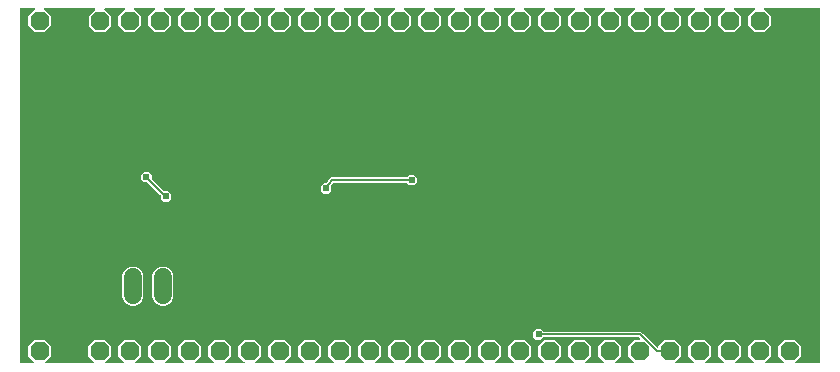
<source format=gbl>
G04 EAGLE Gerber RS-274X export*
G75*
%MOMM*%
%FSLAX34Y34*%
%LPD*%
%INBottom Copper*%
%IPPOS*%
%AMOC8*
5,1,8,0,0,1.08239X$1,22.5*%
G01*
%ADD10P,1.732040X8X202.500000*%
%ADD11P,1.732040X8X22.500000*%
%ADD12P,1.732040X8X292.500000*%
%ADD13P,1.732040X8X112.500000*%
%ADD14C,1.524000*%
%ADD15C,0.604800*%
%ADD16C,0.152400*%

G36*
X464821Y383552D02*
X464821Y383552D01*
X464892Y383554D01*
X464941Y383572D01*
X464993Y383580D01*
X465056Y383614D01*
X465123Y383639D01*
X465164Y383671D01*
X465210Y383696D01*
X465260Y383748D01*
X465316Y383792D01*
X465344Y383836D01*
X465380Y383874D01*
X465410Y383939D01*
X465449Y383999D01*
X465461Y384050D01*
X465483Y384097D01*
X465491Y384168D01*
X465509Y384238D01*
X465505Y384290D01*
X465510Y384341D01*
X465495Y384412D01*
X465489Y384483D01*
X465469Y384531D01*
X465458Y384582D01*
X465421Y384643D01*
X465393Y384709D01*
X465348Y384765D01*
X465332Y384793D01*
X465314Y384808D01*
X465288Y384840D01*
X460374Y389754D01*
X460374Y397646D01*
X465954Y403226D01*
X473846Y403226D01*
X479426Y397646D01*
X479426Y389754D01*
X474512Y384840D01*
X474470Y384782D01*
X474420Y384730D01*
X474399Y384683D01*
X474368Y384641D01*
X474347Y384572D01*
X474317Y384507D01*
X474311Y384455D01*
X474296Y384405D01*
X474298Y384334D01*
X474290Y384263D01*
X474301Y384212D01*
X474302Y384160D01*
X474327Y384092D01*
X474342Y384022D01*
X474369Y383977D01*
X474387Y383929D01*
X474431Y383873D01*
X474468Y383811D01*
X474508Y383777D01*
X474540Y383737D01*
X474601Y383698D01*
X474655Y383651D01*
X474703Y383632D01*
X474747Y383604D01*
X474817Y383586D01*
X474883Y383559D01*
X474955Y383551D01*
X474986Y383543D01*
X475009Y383545D01*
X475050Y383541D01*
X515550Y383541D01*
X515621Y383552D01*
X515692Y383554D01*
X515741Y383572D01*
X515793Y383580D01*
X515856Y383614D01*
X515923Y383639D01*
X515964Y383671D01*
X516010Y383696D01*
X516060Y383748D01*
X516116Y383792D01*
X516144Y383836D01*
X516180Y383874D01*
X516210Y383939D01*
X516249Y383999D01*
X516261Y384050D01*
X516283Y384097D01*
X516291Y384168D01*
X516309Y384238D01*
X516305Y384290D01*
X516310Y384341D01*
X516295Y384412D01*
X516289Y384483D01*
X516269Y384531D01*
X516258Y384582D01*
X516221Y384643D01*
X516193Y384709D01*
X516148Y384765D01*
X516132Y384793D01*
X516114Y384808D01*
X516088Y384840D01*
X511174Y389754D01*
X511174Y397646D01*
X516754Y403226D01*
X524646Y403226D01*
X530226Y397646D01*
X530226Y389754D01*
X525312Y384840D01*
X525270Y384782D01*
X525220Y384730D01*
X525199Y384683D01*
X525168Y384641D01*
X525147Y384572D01*
X525117Y384507D01*
X525111Y384455D01*
X525096Y384405D01*
X525098Y384334D01*
X525090Y384263D01*
X525101Y384212D01*
X525102Y384160D01*
X525127Y384092D01*
X525142Y384022D01*
X525169Y383977D01*
X525187Y383929D01*
X525231Y383873D01*
X525268Y383811D01*
X525308Y383777D01*
X525340Y383737D01*
X525401Y383698D01*
X525455Y383651D01*
X525503Y383632D01*
X525547Y383604D01*
X525617Y383586D01*
X525683Y383559D01*
X525755Y383551D01*
X525786Y383543D01*
X525809Y383545D01*
X525850Y383541D01*
X540950Y383541D01*
X541021Y383552D01*
X541092Y383554D01*
X541141Y383572D01*
X541193Y383580D01*
X541256Y383614D01*
X541323Y383639D01*
X541364Y383671D01*
X541410Y383696D01*
X541460Y383748D01*
X541516Y383792D01*
X541544Y383836D01*
X541580Y383874D01*
X541610Y383939D01*
X541649Y383999D01*
X541661Y384050D01*
X541683Y384097D01*
X541691Y384168D01*
X541709Y384238D01*
X541705Y384290D01*
X541710Y384341D01*
X541695Y384412D01*
X541689Y384483D01*
X541669Y384531D01*
X541658Y384582D01*
X541621Y384643D01*
X541593Y384709D01*
X541548Y384765D01*
X541532Y384793D01*
X541514Y384808D01*
X541488Y384840D01*
X536574Y389754D01*
X536574Y397646D01*
X542154Y403226D01*
X550046Y403226D01*
X555626Y397646D01*
X555626Y389754D01*
X550712Y384840D01*
X550670Y384782D01*
X550620Y384730D01*
X550599Y384683D01*
X550568Y384641D01*
X550547Y384572D01*
X550517Y384507D01*
X550511Y384455D01*
X550496Y384405D01*
X550498Y384334D01*
X550490Y384263D01*
X550501Y384212D01*
X550502Y384160D01*
X550527Y384092D01*
X550542Y384022D01*
X550569Y383977D01*
X550587Y383929D01*
X550631Y383873D01*
X550668Y383811D01*
X550708Y383777D01*
X550740Y383737D01*
X550801Y383698D01*
X550855Y383651D01*
X550903Y383632D01*
X550947Y383604D01*
X551017Y383586D01*
X551083Y383559D01*
X551155Y383551D01*
X551186Y383543D01*
X551209Y383545D01*
X551250Y383541D01*
X566350Y383541D01*
X566421Y383552D01*
X566492Y383554D01*
X566541Y383572D01*
X566593Y383580D01*
X566656Y383614D01*
X566723Y383639D01*
X566764Y383671D01*
X566810Y383696D01*
X566860Y383748D01*
X566916Y383792D01*
X566944Y383836D01*
X566980Y383874D01*
X567010Y383939D01*
X567049Y383999D01*
X567061Y384050D01*
X567083Y384097D01*
X567091Y384168D01*
X567109Y384238D01*
X567105Y384290D01*
X567110Y384341D01*
X567095Y384412D01*
X567089Y384483D01*
X567069Y384531D01*
X567058Y384582D01*
X567021Y384643D01*
X566993Y384709D01*
X566948Y384765D01*
X566932Y384793D01*
X566914Y384808D01*
X566888Y384840D01*
X561974Y389754D01*
X561974Y397646D01*
X567554Y403226D01*
X575446Y403226D01*
X581026Y397646D01*
X581026Y389754D01*
X576112Y384840D01*
X576070Y384782D01*
X576020Y384730D01*
X575999Y384683D01*
X575968Y384641D01*
X575947Y384572D01*
X575917Y384507D01*
X575911Y384455D01*
X575896Y384405D01*
X575898Y384334D01*
X575890Y384263D01*
X575901Y384212D01*
X575902Y384160D01*
X575927Y384092D01*
X575942Y384022D01*
X575969Y383977D01*
X575987Y383929D01*
X576031Y383873D01*
X576068Y383811D01*
X576108Y383777D01*
X576140Y383737D01*
X576201Y383698D01*
X576255Y383651D01*
X576303Y383632D01*
X576347Y383604D01*
X576417Y383586D01*
X576483Y383559D01*
X576555Y383551D01*
X576586Y383543D01*
X576609Y383545D01*
X576650Y383541D01*
X591750Y383541D01*
X591821Y383552D01*
X591892Y383554D01*
X591941Y383572D01*
X591993Y383580D01*
X592056Y383614D01*
X592123Y383639D01*
X592164Y383671D01*
X592210Y383696D01*
X592260Y383748D01*
X592316Y383792D01*
X592344Y383836D01*
X592380Y383874D01*
X592410Y383939D01*
X592449Y383999D01*
X592461Y384050D01*
X592483Y384097D01*
X592491Y384168D01*
X592509Y384238D01*
X592505Y384290D01*
X592510Y384341D01*
X592495Y384412D01*
X592489Y384483D01*
X592469Y384531D01*
X592458Y384582D01*
X592421Y384643D01*
X592393Y384709D01*
X592348Y384765D01*
X592332Y384793D01*
X592314Y384808D01*
X592288Y384840D01*
X587374Y389754D01*
X587374Y397646D01*
X592954Y403226D01*
X600846Y403226D01*
X606426Y397646D01*
X606426Y389754D01*
X601512Y384840D01*
X601470Y384782D01*
X601420Y384730D01*
X601399Y384683D01*
X601368Y384641D01*
X601347Y384572D01*
X601317Y384507D01*
X601311Y384455D01*
X601296Y384405D01*
X601298Y384334D01*
X601290Y384263D01*
X601301Y384212D01*
X601302Y384160D01*
X601327Y384092D01*
X601342Y384022D01*
X601369Y383977D01*
X601387Y383929D01*
X601431Y383873D01*
X601468Y383811D01*
X601508Y383777D01*
X601540Y383737D01*
X601601Y383698D01*
X601655Y383651D01*
X601703Y383632D01*
X601747Y383604D01*
X601817Y383586D01*
X601883Y383559D01*
X601955Y383551D01*
X601986Y383543D01*
X602009Y383545D01*
X602050Y383541D01*
X617150Y383541D01*
X617221Y383552D01*
X617292Y383554D01*
X617341Y383572D01*
X617393Y383580D01*
X617456Y383614D01*
X617523Y383639D01*
X617564Y383671D01*
X617610Y383696D01*
X617660Y383748D01*
X617716Y383792D01*
X617744Y383836D01*
X617780Y383874D01*
X617810Y383939D01*
X617849Y383999D01*
X617861Y384050D01*
X617883Y384097D01*
X617891Y384168D01*
X617909Y384238D01*
X617905Y384290D01*
X617910Y384341D01*
X617895Y384412D01*
X617889Y384483D01*
X617869Y384531D01*
X617858Y384582D01*
X617821Y384643D01*
X617793Y384709D01*
X617748Y384765D01*
X617732Y384793D01*
X617714Y384808D01*
X617688Y384840D01*
X612774Y389754D01*
X612774Y397646D01*
X618354Y403226D01*
X626246Y403226D01*
X631826Y397646D01*
X631826Y389754D01*
X626912Y384840D01*
X626870Y384782D01*
X626820Y384730D01*
X626799Y384683D01*
X626768Y384641D01*
X626747Y384572D01*
X626717Y384507D01*
X626711Y384455D01*
X626696Y384405D01*
X626698Y384334D01*
X626690Y384263D01*
X626701Y384212D01*
X626702Y384160D01*
X626727Y384092D01*
X626742Y384022D01*
X626769Y383977D01*
X626787Y383929D01*
X626831Y383873D01*
X626868Y383811D01*
X626908Y383777D01*
X626940Y383737D01*
X627001Y383698D01*
X627055Y383651D01*
X627103Y383632D01*
X627147Y383604D01*
X627217Y383586D01*
X627283Y383559D01*
X627355Y383551D01*
X627386Y383543D01*
X627409Y383545D01*
X627450Y383541D01*
X642750Y383541D01*
X642821Y383552D01*
X642892Y383554D01*
X642941Y383572D01*
X642993Y383580D01*
X643056Y383614D01*
X643123Y383639D01*
X643164Y383671D01*
X643210Y383696D01*
X643260Y383748D01*
X643316Y383792D01*
X643344Y383836D01*
X643380Y383874D01*
X643410Y383939D01*
X643449Y383999D01*
X643461Y384050D01*
X643483Y384097D01*
X643491Y384168D01*
X643509Y384238D01*
X643505Y384290D01*
X643510Y384341D01*
X643495Y384412D01*
X643489Y384483D01*
X643469Y384531D01*
X643458Y384582D01*
X643421Y384643D01*
X643393Y384709D01*
X643348Y384765D01*
X643332Y384793D01*
X643314Y384808D01*
X643288Y384840D01*
X638174Y389954D01*
X638174Y397846D01*
X643754Y403426D01*
X651646Y403426D01*
X657226Y397846D01*
X657226Y389954D01*
X652112Y384840D01*
X652070Y384782D01*
X652020Y384730D01*
X651999Y384683D01*
X651968Y384641D01*
X651947Y384572D01*
X651917Y384507D01*
X651911Y384455D01*
X651896Y384405D01*
X651898Y384334D01*
X651890Y384263D01*
X651901Y384212D01*
X651902Y384160D01*
X651927Y384092D01*
X651942Y384022D01*
X651969Y383977D01*
X651987Y383929D01*
X652031Y383873D01*
X652068Y383811D01*
X652108Y383777D01*
X652140Y383737D01*
X652201Y383698D01*
X652255Y383651D01*
X652303Y383632D01*
X652347Y383604D01*
X652417Y383586D01*
X652483Y383559D01*
X652555Y383551D01*
X652586Y383543D01*
X652609Y383545D01*
X652650Y383541D01*
X667950Y383541D01*
X668021Y383552D01*
X668092Y383554D01*
X668141Y383572D01*
X668193Y383580D01*
X668256Y383614D01*
X668323Y383639D01*
X668364Y383671D01*
X668410Y383696D01*
X668460Y383748D01*
X668516Y383792D01*
X668544Y383836D01*
X668580Y383874D01*
X668610Y383939D01*
X668649Y383999D01*
X668661Y384050D01*
X668683Y384097D01*
X668691Y384168D01*
X668709Y384238D01*
X668705Y384290D01*
X668710Y384341D01*
X668695Y384412D01*
X668689Y384483D01*
X668669Y384531D01*
X668658Y384582D01*
X668621Y384643D01*
X668593Y384709D01*
X668548Y384765D01*
X668532Y384793D01*
X668514Y384808D01*
X668488Y384840D01*
X663574Y389754D01*
X663574Y397646D01*
X669154Y403226D01*
X677046Y403226D01*
X682626Y397646D01*
X682626Y389754D01*
X677712Y384840D01*
X677670Y384782D01*
X677620Y384730D01*
X677599Y384683D01*
X677568Y384641D01*
X677547Y384572D01*
X677517Y384507D01*
X677511Y384455D01*
X677496Y384405D01*
X677498Y384334D01*
X677490Y384263D01*
X677501Y384212D01*
X677502Y384160D01*
X677527Y384092D01*
X677542Y384022D01*
X677569Y383977D01*
X677587Y383929D01*
X677631Y383873D01*
X677668Y383811D01*
X677708Y383777D01*
X677740Y383737D01*
X677801Y383698D01*
X677855Y383651D01*
X677903Y383632D01*
X677947Y383604D01*
X678017Y383586D01*
X678083Y383559D01*
X678155Y383551D01*
X678186Y383543D01*
X678209Y383545D01*
X678250Y383541D01*
X693350Y383541D01*
X693421Y383552D01*
X693492Y383554D01*
X693541Y383572D01*
X693593Y383580D01*
X693656Y383614D01*
X693723Y383639D01*
X693764Y383671D01*
X693810Y383696D01*
X693860Y383748D01*
X693916Y383792D01*
X693944Y383836D01*
X693980Y383874D01*
X694010Y383939D01*
X694049Y383999D01*
X694061Y384050D01*
X694083Y384097D01*
X694091Y384168D01*
X694109Y384238D01*
X694105Y384290D01*
X694110Y384341D01*
X694095Y384412D01*
X694089Y384483D01*
X694069Y384531D01*
X694058Y384582D01*
X694021Y384643D01*
X693993Y384709D01*
X693948Y384765D01*
X693932Y384793D01*
X693914Y384808D01*
X693888Y384840D01*
X688974Y389754D01*
X688974Y397646D01*
X694554Y403226D01*
X702446Y403226D01*
X708026Y397646D01*
X708026Y389754D01*
X703112Y384840D01*
X703070Y384782D01*
X703020Y384730D01*
X702999Y384683D01*
X702968Y384641D01*
X702947Y384572D01*
X702917Y384507D01*
X702911Y384455D01*
X702896Y384405D01*
X702898Y384334D01*
X702890Y384263D01*
X702901Y384212D01*
X702902Y384160D01*
X702927Y384092D01*
X702942Y384022D01*
X702969Y383977D01*
X702987Y383929D01*
X703031Y383873D01*
X703068Y383811D01*
X703108Y383777D01*
X703140Y383737D01*
X703201Y383698D01*
X703255Y383651D01*
X703303Y383632D01*
X703347Y383604D01*
X703417Y383586D01*
X703483Y383559D01*
X703555Y383551D01*
X703586Y383543D01*
X703609Y383545D01*
X703650Y383541D01*
X718750Y383541D01*
X718821Y383552D01*
X718892Y383554D01*
X718941Y383572D01*
X718993Y383580D01*
X719056Y383614D01*
X719123Y383639D01*
X719164Y383671D01*
X719210Y383696D01*
X719260Y383748D01*
X719316Y383792D01*
X719344Y383836D01*
X719380Y383874D01*
X719410Y383939D01*
X719449Y383999D01*
X719461Y384050D01*
X719483Y384097D01*
X719491Y384168D01*
X719509Y384238D01*
X719505Y384290D01*
X719510Y384341D01*
X719495Y384412D01*
X719489Y384483D01*
X719469Y384531D01*
X719458Y384582D01*
X719421Y384643D01*
X719393Y384709D01*
X719348Y384765D01*
X719332Y384793D01*
X719314Y384808D01*
X719288Y384840D01*
X714374Y389754D01*
X714374Y397646D01*
X719954Y403226D01*
X727846Y403226D01*
X733426Y397646D01*
X733426Y389754D01*
X728512Y384840D01*
X728470Y384782D01*
X728420Y384730D01*
X728399Y384683D01*
X728368Y384641D01*
X728347Y384572D01*
X728317Y384507D01*
X728311Y384455D01*
X728296Y384405D01*
X728298Y384334D01*
X728290Y384263D01*
X728301Y384212D01*
X728302Y384160D01*
X728327Y384092D01*
X728342Y384022D01*
X728369Y383977D01*
X728387Y383929D01*
X728431Y383873D01*
X728468Y383811D01*
X728508Y383777D01*
X728540Y383737D01*
X728601Y383698D01*
X728655Y383651D01*
X728703Y383632D01*
X728747Y383604D01*
X728817Y383586D01*
X728883Y383559D01*
X728955Y383551D01*
X728986Y383543D01*
X729009Y383545D01*
X729050Y383541D01*
X744150Y383541D01*
X744221Y383552D01*
X744292Y383554D01*
X744341Y383572D01*
X744393Y383580D01*
X744456Y383614D01*
X744523Y383639D01*
X744564Y383671D01*
X744610Y383696D01*
X744660Y383748D01*
X744716Y383792D01*
X744744Y383836D01*
X744780Y383874D01*
X744810Y383939D01*
X744849Y383999D01*
X744861Y384050D01*
X744883Y384097D01*
X744891Y384168D01*
X744909Y384238D01*
X744905Y384290D01*
X744910Y384341D01*
X744895Y384412D01*
X744889Y384483D01*
X744869Y384531D01*
X744858Y384582D01*
X744821Y384643D01*
X744793Y384709D01*
X744748Y384765D01*
X744732Y384793D01*
X744714Y384808D01*
X744688Y384840D01*
X739774Y389754D01*
X739774Y397646D01*
X745354Y403226D01*
X753246Y403226D01*
X758826Y397646D01*
X758826Y389754D01*
X753912Y384840D01*
X753870Y384782D01*
X753820Y384730D01*
X753799Y384683D01*
X753768Y384641D01*
X753747Y384572D01*
X753717Y384507D01*
X753711Y384455D01*
X753696Y384405D01*
X753698Y384334D01*
X753690Y384263D01*
X753701Y384212D01*
X753702Y384160D01*
X753727Y384092D01*
X753742Y384022D01*
X753769Y383977D01*
X753787Y383929D01*
X753831Y383873D01*
X753868Y383811D01*
X753908Y383777D01*
X753940Y383737D01*
X754001Y383698D01*
X754055Y383651D01*
X754103Y383632D01*
X754147Y383604D01*
X754217Y383586D01*
X754283Y383559D01*
X754355Y383551D01*
X754386Y383543D01*
X754409Y383545D01*
X754450Y383541D01*
X769550Y383541D01*
X769621Y383552D01*
X769692Y383554D01*
X769741Y383572D01*
X769793Y383580D01*
X769856Y383614D01*
X769923Y383639D01*
X769964Y383671D01*
X770010Y383696D01*
X770060Y383748D01*
X770116Y383792D01*
X770144Y383836D01*
X770180Y383874D01*
X770210Y383939D01*
X770249Y383999D01*
X770261Y384050D01*
X770283Y384097D01*
X770291Y384168D01*
X770309Y384238D01*
X770305Y384290D01*
X770310Y384341D01*
X770295Y384412D01*
X770289Y384483D01*
X770269Y384531D01*
X770258Y384582D01*
X770221Y384643D01*
X770193Y384709D01*
X770148Y384765D01*
X770132Y384793D01*
X770114Y384808D01*
X770088Y384840D01*
X765174Y389754D01*
X765174Y397646D01*
X770754Y403226D01*
X778646Y403226D01*
X784226Y397646D01*
X784226Y389754D01*
X779312Y384840D01*
X779270Y384782D01*
X779220Y384730D01*
X779199Y384683D01*
X779168Y384641D01*
X779147Y384572D01*
X779117Y384507D01*
X779111Y384455D01*
X779096Y384405D01*
X779098Y384334D01*
X779090Y384263D01*
X779101Y384212D01*
X779102Y384160D01*
X779127Y384092D01*
X779142Y384022D01*
X779169Y383977D01*
X779187Y383929D01*
X779231Y383873D01*
X779268Y383811D01*
X779308Y383777D01*
X779340Y383737D01*
X779401Y383698D01*
X779455Y383651D01*
X779503Y383632D01*
X779547Y383604D01*
X779617Y383586D01*
X779683Y383559D01*
X779755Y383551D01*
X779786Y383543D01*
X779809Y383545D01*
X779850Y383541D01*
X794950Y383541D01*
X795021Y383552D01*
X795092Y383554D01*
X795141Y383572D01*
X795193Y383580D01*
X795256Y383614D01*
X795323Y383639D01*
X795364Y383671D01*
X795410Y383696D01*
X795460Y383748D01*
X795516Y383792D01*
X795544Y383836D01*
X795580Y383874D01*
X795610Y383939D01*
X795649Y383999D01*
X795661Y384050D01*
X795683Y384097D01*
X795691Y384168D01*
X795709Y384238D01*
X795705Y384290D01*
X795710Y384341D01*
X795695Y384412D01*
X795689Y384483D01*
X795669Y384531D01*
X795658Y384582D01*
X795621Y384643D01*
X795593Y384709D01*
X795548Y384765D01*
X795532Y384793D01*
X795514Y384808D01*
X795488Y384840D01*
X790574Y389754D01*
X790574Y397646D01*
X796154Y403226D01*
X804046Y403226D01*
X809626Y397646D01*
X809626Y389754D01*
X804712Y384840D01*
X804670Y384782D01*
X804620Y384730D01*
X804599Y384683D01*
X804568Y384641D01*
X804547Y384572D01*
X804517Y384507D01*
X804511Y384455D01*
X804496Y384405D01*
X804498Y384334D01*
X804490Y384263D01*
X804501Y384212D01*
X804502Y384160D01*
X804527Y384092D01*
X804542Y384022D01*
X804569Y383977D01*
X804587Y383929D01*
X804631Y383873D01*
X804668Y383811D01*
X804708Y383777D01*
X804740Y383737D01*
X804801Y383698D01*
X804855Y383651D01*
X804903Y383632D01*
X804947Y383604D01*
X805017Y383586D01*
X805083Y383559D01*
X805155Y383551D01*
X805186Y383543D01*
X805209Y383545D01*
X805250Y383541D01*
X820350Y383541D01*
X820421Y383552D01*
X820492Y383554D01*
X820541Y383572D01*
X820593Y383580D01*
X820656Y383614D01*
X820723Y383639D01*
X820764Y383671D01*
X820810Y383696D01*
X820860Y383748D01*
X820916Y383792D01*
X820944Y383836D01*
X820980Y383874D01*
X821010Y383939D01*
X821049Y383999D01*
X821061Y384050D01*
X821083Y384097D01*
X821091Y384168D01*
X821109Y384238D01*
X821105Y384290D01*
X821110Y384341D01*
X821095Y384412D01*
X821089Y384483D01*
X821069Y384531D01*
X821058Y384582D01*
X821021Y384643D01*
X820993Y384709D01*
X820948Y384765D01*
X820932Y384793D01*
X820914Y384808D01*
X820888Y384840D01*
X815974Y389754D01*
X815974Y397646D01*
X821554Y403226D01*
X829446Y403226D01*
X835026Y397646D01*
X835026Y389754D01*
X830112Y384840D01*
X830070Y384782D01*
X830020Y384730D01*
X829999Y384683D01*
X829968Y384641D01*
X829947Y384572D01*
X829917Y384507D01*
X829911Y384455D01*
X829896Y384405D01*
X829898Y384334D01*
X829890Y384263D01*
X829901Y384212D01*
X829902Y384160D01*
X829927Y384092D01*
X829942Y384022D01*
X829969Y383977D01*
X829987Y383929D01*
X830031Y383873D01*
X830068Y383811D01*
X830108Y383777D01*
X830140Y383737D01*
X830201Y383698D01*
X830255Y383651D01*
X830303Y383632D01*
X830347Y383604D01*
X830417Y383586D01*
X830483Y383559D01*
X830555Y383551D01*
X830586Y383543D01*
X830609Y383545D01*
X830650Y383541D01*
X845750Y383541D01*
X845821Y383552D01*
X845892Y383554D01*
X845941Y383572D01*
X845993Y383580D01*
X846056Y383614D01*
X846123Y383639D01*
X846164Y383671D01*
X846210Y383696D01*
X846260Y383748D01*
X846316Y383792D01*
X846344Y383836D01*
X846380Y383874D01*
X846410Y383939D01*
X846449Y383999D01*
X846461Y384050D01*
X846483Y384097D01*
X846491Y384168D01*
X846509Y384238D01*
X846505Y384290D01*
X846510Y384341D01*
X846495Y384412D01*
X846489Y384483D01*
X846469Y384531D01*
X846458Y384582D01*
X846421Y384643D01*
X846393Y384709D01*
X846348Y384765D01*
X846332Y384793D01*
X846314Y384808D01*
X846288Y384840D01*
X841374Y389754D01*
X841374Y397646D01*
X846954Y403226D01*
X854846Y403226D01*
X860426Y397646D01*
X860426Y389754D01*
X855512Y384840D01*
X855470Y384782D01*
X855420Y384730D01*
X855399Y384683D01*
X855368Y384641D01*
X855347Y384572D01*
X855317Y384507D01*
X855311Y384455D01*
X855296Y384405D01*
X855298Y384334D01*
X855290Y384263D01*
X855301Y384212D01*
X855302Y384160D01*
X855327Y384092D01*
X855342Y384022D01*
X855369Y383977D01*
X855387Y383929D01*
X855431Y383873D01*
X855468Y383811D01*
X855508Y383777D01*
X855540Y383737D01*
X855601Y383698D01*
X855655Y383651D01*
X855703Y383632D01*
X855747Y383604D01*
X855817Y383586D01*
X855883Y383559D01*
X855955Y383551D01*
X855986Y383543D01*
X856009Y383545D01*
X856050Y383541D01*
X871150Y383541D01*
X871221Y383552D01*
X871292Y383554D01*
X871341Y383572D01*
X871393Y383580D01*
X871456Y383614D01*
X871523Y383639D01*
X871564Y383671D01*
X871610Y383696D01*
X871660Y383748D01*
X871716Y383792D01*
X871744Y383836D01*
X871780Y383874D01*
X871810Y383939D01*
X871849Y383999D01*
X871861Y384050D01*
X871883Y384097D01*
X871891Y384168D01*
X871909Y384238D01*
X871905Y384290D01*
X871910Y384341D01*
X871895Y384412D01*
X871889Y384483D01*
X871869Y384531D01*
X871858Y384582D01*
X871821Y384643D01*
X871793Y384709D01*
X871748Y384765D01*
X871732Y384793D01*
X871714Y384808D01*
X871688Y384840D01*
X866774Y389754D01*
X866774Y397646D01*
X872354Y403226D01*
X880246Y403226D01*
X885826Y397646D01*
X885826Y389754D01*
X880912Y384840D01*
X880870Y384782D01*
X880820Y384730D01*
X880799Y384683D01*
X880768Y384641D01*
X880747Y384572D01*
X880717Y384507D01*
X880711Y384455D01*
X880696Y384405D01*
X880698Y384334D01*
X880690Y384263D01*
X880701Y384212D01*
X880702Y384160D01*
X880727Y384092D01*
X880742Y384022D01*
X880769Y383977D01*
X880787Y383929D01*
X880831Y383873D01*
X880868Y383811D01*
X880908Y383777D01*
X880940Y383737D01*
X881001Y383698D01*
X881055Y383651D01*
X881103Y383632D01*
X881147Y383604D01*
X881217Y383586D01*
X881283Y383559D01*
X881355Y383551D01*
X881386Y383543D01*
X881409Y383545D01*
X881450Y383541D01*
X896550Y383541D01*
X896621Y383552D01*
X896692Y383554D01*
X896741Y383572D01*
X896793Y383580D01*
X896856Y383614D01*
X896923Y383639D01*
X896964Y383671D01*
X897010Y383696D01*
X897060Y383748D01*
X897116Y383792D01*
X897144Y383836D01*
X897180Y383874D01*
X897210Y383939D01*
X897249Y383999D01*
X897261Y384050D01*
X897283Y384097D01*
X897291Y384168D01*
X897309Y384238D01*
X897305Y384290D01*
X897310Y384341D01*
X897295Y384412D01*
X897289Y384483D01*
X897269Y384531D01*
X897258Y384582D01*
X897221Y384643D01*
X897193Y384709D01*
X897148Y384765D01*
X897132Y384793D01*
X897114Y384808D01*
X897088Y384840D01*
X892174Y389754D01*
X892174Y397646D01*
X897754Y403226D01*
X905646Y403226D01*
X911226Y397646D01*
X911226Y389754D01*
X906312Y384840D01*
X906270Y384782D01*
X906220Y384730D01*
X906199Y384683D01*
X906168Y384641D01*
X906147Y384572D01*
X906117Y384507D01*
X906111Y384455D01*
X906096Y384405D01*
X906098Y384334D01*
X906090Y384263D01*
X906101Y384212D01*
X906102Y384160D01*
X906127Y384092D01*
X906142Y384022D01*
X906169Y383977D01*
X906187Y383929D01*
X906231Y383873D01*
X906268Y383811D01*
X906308Y383777D01*
X906340Y383737D01*
X906401Y383698D01*
X906455Y383651D01*
X906503Y383632D01*
X906547Y383604D01*
X906617Y383586D01*
X906683Y383559D01*
X906755Y383551D01*
X906786Y383543D01*
X906809Y383545D01*
X906850Y383541D01*
X921950Y383541D01*
X922021Y383552D01*
X922092Y383554D01*
X922141Y383572D01*
X922193Y383580D01*
X922256Y383614D01*
X922323Y383639D01*
X922364Y383671D01*
X922410Y383696D01*
X922460Y383748D01*
X922516Y383792D01*
X922544Y383836D01*
X922580Y383874D01*
X922610Y383939D01*
X922649Y383999D01*
X922661Y384050D01*
X922683Y384097D01*
X922691Y384168D01*
X922709Y384238D01*
X922705Y384290D01*
X922710Y384341D01*
X922695Y384412D01*
X922689Y384483D01*
X922669Y384531D01*
X922658Y384582D01*
X922621Y384643D01*
X922593Y384709D01*
X922548Y384765D01*
X922532Y384793D01*
X922514Y384808D01*
X922488Y384840D01*
X917574Y389754D01*
X917574Y397646D01*
X923154Y403226D01*
X931046Y403226D01*
X936626Y397646D01*
X936626Y389754D01*
X931712Y384840D01*
X931670Y384782D01*
X931620Y384730D01*
X931599Y384683D01*
X931568Y384641D01*
X931547Y384572D01*
X931517Y384507D01*
X931511Y384455D01*
X931496Y384405D01*
X931498Y384334D01*
X931490Y384263D01*
X931501Y384212D01*
X931502Y384160D01*
X931527Y384092D01*
X931542Y384022D01*
X931569Y383977D01*
X931587Y383929D01*
X931631Y383873D01*
X931668Y383811D01*
X931708Y383777D01*
X931740Y383737D01*
X931801Y383698D01*
X931855Y383651D01*
X931903Y383632D01*
X931947Y383604D01*
X932017Y383586D01*
X932083Y383559D01*
X932155Y383551D01*
X932186Y383543D01*
X932209Y383545D01*
X932250Y383541D01*
X947350Y383541D01*
X947421Y383552D01*
X947492Y383554D01*
X947541Y383572D01*
X947593Y383580D01*
X947656Y383614D01*
X947723Y383639D01*
X947764Y383671D01*
X947810Y383696D01*
X947860Y383748D01*
X947916Y383792D01*
X947944Y383836D01*
X947980Y383874D01*
X948010Y383939D01*
X948049Y383999D01*
X948061Y384050D01*
X948083Y384097D01*
X948091Y384168D01*
X948109Y384238D01*
X948105Y384290D01*
X948110Y384341D01*
X948095Y384412D01*
X948089Y384483D01*
X948069Y384531D01*
X948058Y384582D01*
X948021Y384643D01*
X947993Y384709D01*
X947948Y384765D01*
X947932Y384793D01*
X947914Y384808D01*
X947888Y384840D01*
X942974Y389754D01*
X942974Y397646D01*
X948554Y403226D01*
X956446Y403226D01*
X962026Y397646D01*
X962026Y389754D01*
X957112Y384840D01*
X957070Y384782D01*
X957020Y384730D01*
X956999Y384683D01*
X956968Y384641D01*
X956947Y384572D01*
X956917Y384507D01*
X956911Y384455D01*
X956896Y384405D01*
X956898Y384334D01*
X956890Y384263D01*
X956901Y384212D01*
X956902Y384160D01*
X956927Y384092D01*
X956942Y384022D01*
X956969Y383977D01*
X956987Y383929D01*
X957031Y383873D01*
X957068Y383811D01*
X957108Y383777D01*
X957140Y383737D01*
X957201Y383698D01*
X957255Y383651D01*
X957303Y383632D01*
X957347Y383604D01*
X957417Y383586D01*
X957483Y383559D01*
X957555Y383551D01*
X957586Y383543D01*
X957609Y383545D01*
X957650Y383541D01*
X972750Y383541D01*
X972821Y383552D01*
X972892Y383554D01*
X972941Y383572D01*
X972993Y383580D01*
X973056Y383614D01*
X973123Y383639D01*
X973164Y383671D01*
X973210Y383696D01*
X973260Y383748D01*
X973316Y383792D01*
X973344Y383836D01*
X973380Y383874D01*
X973410Y383939D01*
X973449Y383999D01*
X973461Y384050D01*
X973483Y384097D01*
X973491Y384168D01*
X973509Y384238D01*
X973505Y384290D01*
X973510Y384341D01*
X973495Y384412D01*
X973489Y384483D01*
X973469Y384531D01*
X973458Y384582D01*
X973421Y384643D01*
X973393Y384709D01*
X973348Y384765D01*
X973332Y384793D01*
X973314Y384808D01*
X973288Y384840D01*
X968374Y389754D01*
X968374Y397646D01*
X973954Y403226D01*
X977851Y403226D01*
X977921Y403237D01*
X977993Y403239D01*
X978042Y403257D01*
X978093Y403265D01*
X978157Y403299D01*
X978224Y403324D01*
X978265Y403356D01*
X978311Y403381D01*
X978360Y403433D01*
X978416Y403477D01*
X978444Y403521D01*
X978480Y403559D01*
X978510Y403624D01*
X978549Y403684D01*
X978562Y403735D01*
X978584Y403782D01*
X978592Y403853D01*
X978609Y403923D01*
X978605Y403975D01*
X978611Y404026D01*
X978596Y404097D01*
X978590Y404168D01*
X978570Y404216D01*
X978559Y404267D01*
X978522Y404328D01*
X978494Y404394D01*
X978449Y404450D01*
X978432Y404478D01*
X978415Y404493D01*
X978389Y404525D01*
X977627Y405287D01*
X977553Y405340D01*
X977483Y405400D01*
X977453Y405412D01*
X977427Y405431D01*
X977340Y405458D01*
X977255Y405492D01*
X977214Y405496D01*
X977192Y405503D01*
X977160Y405502D01*
X977089Y405510D01*
X896636Y405510D01*
X896546Y405496D01*
X896455Y405488D01*
X896426Y405476D01*
X896394Y405471D01*
X896313Y405428D01*
X896229Y405392D01*
X896197Y405366D01*
X896176Y405355D01*
X896154Y405332D01*
X896098Y405287D01*
X894186Y403375D01*
X890418Y403375D01*
X887753Y406040D01*
X887753Y409808D01*
X890418Y412473D01*
X894186Y412473D01*
X896352Y410307D01*
X896426Y410254D01*
X896496Y410194D01*
X896526Y410182D01*
X896552Y410163D01*
X896639Y410136D01*
X896724Y410102D01*
X896765Y410098D01*
X896787Y410091D01*
X896819Y410092D01*
X896890Y410084D01*
X979298Y410084D01*
X980861Y408521D01*
X992475Y396907D01*
X992533Y396865D01*
X992585Y396816D01*
X992632Y396794D01*
X992674Y396764D01*
X992743Y396743D01*
X992808Y396712D01*
X992860Y396707D01*
X992910Y396691D01*
X992981Y396693D01*
X993052Y396685D01*
X993103Y396696D01*
X993155Y396698D01*
X993223Y396722D01*
X993293Y396738D01*
X993338Y396764D01*
X993386Y396782D01*
X993442Y396827D01*
X993504Y396864D01*
X993538Y396903D01*
X993578Y396936D01*
X993617Y396996D01*
X993664Y397051D01*
X993683Y397099D01*
X993711Y397143D01*
X993729Y397212D01*
X993756Y397279D01*
X993764Y397350D01*
X993772Y397381D01*
X993770Y397405D01*
X993774Y397446D01*
X993774Y397646D01*
X999354Y403226D01*
X1007246Y403226D01*
X1012826Y397646D01*
X1012826Y389754D01*
X1007912Y384840D01*
X1007870Y384782D01*
X1007820Y384730D01*
X1007799Y384683D01*
X1007768Y384641D01*
X1007747Y384572D01*
X1007717Y384507D01*
X1007711Y384455D01*
X1007696Y384405D01*
X1007698Y384334D01*
X1007690Y384263D01*
X1007701Y384212D01*
X1007702Y384160D01*
X1007727Y384092D01*
X1007742Y384022D01*
X1007769Y383977D01*
X1007787Y383929D01*
X1007831Y383873D01*
X1007868Y383811D01*
X1007908Y383777D01*
X1007940Y383737D01*
X1008001Y383698D01*
X1008055Y383651D01*
X1008103Y383632D01*
X1008147Y383604D01*
X1008217Y383586D01*
X1008283Y383559D01*
X1008355Y383551D01*
X1008386Y383543D01*
X1008409Y383545D01*
X1008450Y383541D01*
X1023550Y383541D01*
X1023621Y383552D01*
X1023692Y383554D01*
X1023741Y383572D01*
X1023793Y383580D01*
X1023856Y383614D01*
X1023923Y383639D01*
X1023964Y383671D01*
X1024010Y383696D01*
X1024060Y383748D01*
X1024116Y383792D01*
X1024144Y383836D01*
X1024180Y383874D01*
X1024210Y383939D01*
X1024249Y383999D01*
X1024261Y384050D01*
X1024283Y384097D01*
X1024291Y384168D01*
X1024309Y384238D01*
X1024305Y384290D01*
X1024310Y384341D01*
X1024295Y384412D01*
X1024289Y384483D01*
X1024269Y384531D01*
X1024258Y384582D01*
X1024221Y384643D01*
X1024193Y384709D01*
X1024148Y384765D01*
X1024132Y384793D01*
X1024114Y384808D01*
X1024088Y384840D01*
X1019174Y389754D01*
X1019174Y397646D01*
X1024754Y403226D01*
X1032646Y403226D01*
X1038226Y397646D01*
X1038226Y389754D01*
X1033312Y384840D01*
X1033270Y384782D01*
X1033220Y384730D01*
X1033199Y384683D01*
X1033168Y384641D01*
X1033147Y384572D01*
X1033117Y384507D01*
X1033111Y384455D01*
X1033096Y384405D01*
X1033098Y384334D01*
X1033090Y384263D01*
X1033101Y384212D01*
X1033102Y384160D01*
X1033127Y384092D01*
X1033142Y384022D01*
X1033169Y383977D01*
X1033187Y383929D01*
X1033231Y383873D01*
X1033268Y383811D01*
X1033308Y383777D01*
X1033340Y383737D01*
X1033401Y383698D01*
X1033455Y383651D01*
X1033503Y383632D01*
X1033547Y383604D01*
X1033617Y383586D01*
X1033683Y383559D01*
X1033755Y383551D01*
X1033786Y383543D01*
X1033809Y383545D01*
X1033850Y383541D01*
X1048950Y383541D01*
X1049021Y383552D01*
X1049092Y383554D01*
X1049141Y383572D01*
X1049193Y383580D01*
X1049256Y383614D01*
X1049323Y383639D01*
X1049364Y383671D01*
X1049410Y383696D01*
X1049460Y383748D01*
X1049516Y383792D01*
X1049544Y383836D01*
X1049580Y383874D01*
X1049610Y383939D01*
X1049649Y383999D01*
X1049661Y384050D01*
X1049683Y384097D01*
X1049691Y384168D01*
X1049709Y384238D01*
X1049705Y384290D01*
X1049710Y384341D01*
X1049695Y384412D01*
X1049689Y384483D01*
X1049669Y384531D01*
X1049658Y384582D01*
X1049621Y384643D01*
X1049593Y384709D01*
X1049548Y384765D01*
X1049532Y384793D01*
X1049514Y384808D01*
X1049488Y384840D01*
X1044574Y389754D01*
X1044574Y397646D01*
X1050154Y403226D01*
X1058046Y403226D01*
X1063626Y397646D01*
X1063626Y389754D01*
X1058712Y384840D01*
X1058670Y384782D01*
X1058620Y384730D01*
X1058599Y384683D01*
X1058568Y384641D01*
X1058547Y384572D01*
X1058517Y384507D01*
X1058511Y384455D01*
X1058496Y384405D01*
X1058498Y384334D01*
X1058490Y384263D01*
X1058501Y384212D01*
X1058502Y384160D01*
X1058527Y384092D01*
X1058542Y384022D01*
X1058569Y383977D01*
X1058587Y383929D01*
X1058631Y383873D01*
X1058668Y383811D01*
X1058708Y383777D01*
X1058740Y383737D01*
X1058801Y383698D01*
X1058855Y383651D01*
X1058903Y383632D01*
X1058947Y383604D01*
X1059017Y383586D01*
X1059083Y383559D01*
X1059155Y383551D01*
X1059186Y383543D01*
X1059209Y383545D01*
X1059250Y383541D01*
X1074350Y383541D01*
X1074421Y383552D01*
X1074492Y383554D01*
X1074541Y383572D01*
X1074593Y383580D01*
X1074656Y383614D01*
X1074723Y383639D01*
X1074764Y383671D01*
X1074810Y383696D01*
X1074860Y383748D01*
X1074916Y383792D01*
X1074944Y383836D01*
X1074980Y383874D01*
X1075010Y383939D01*
X1075049Y383999D01*
X1075061Y384050D01*
X1075083Y384097D01*
X1075091Y384168D01*
X1075109Y384238D01*
X1075105Y384290D01*
X1075110Y384341D01*
X1075095Y384412D01*
X1075089Y384483D01*
X1075069Y384531D01*
X1075058Y384582D01*
X1075021Y384643D01*
X1074993Y384709D01*
X1074948Y384765D01*
X1074932Y384793D01*
X1074914Y384808D01*
X1074888Y384840D01*
X1069974Y389754D01*
X1069974Y397646D01*
X1075554Y403226D01*
X1083446Y403226D01*
X1089026Y397646D01*
X1089026Y389754D01*
X1084112Y384840D01*
X1084070Y384782D01*
X1084020Y384730D01*
X1083999Y384683D01*
X1083968Y384641D01*
X1083947Y384572D01*
X1083917Y384507D01*
X1083911Y384455D01*
X1083896Y384405D01*
X1083898Y384334D01*
X1083890Y384263D01*
X1083901Y384212D01*
X1083902Y384160D01*
X1083927Y384092D01*
X1083942Y384022D01*
X1083969Y383977D01*
X1083987Y383929D01*
X1084031Y383873D01*
X1084068Y383811D01*
X1084108Y383777D01*
X1084140Y383737D01*
X1084201Y383698D01*
X1084255Y383651D01*
X1084303Y383632D01*
X1084347Y383604D01*
X1084417Y383586D01*
X1084483Y383559D01*
X1084555Y383551D01*
X1084586Y383543D01*
X1084609Y383545D01*
X1084650Y383541D01*
X1099750Y383541D01*
X1099821Y383552D01*
X1099892Y383554D01*
X1099941Y383572D01*
X1099993Y383580D01*
X1100056Y383614D01*
X1100123Y383639D01*
X1100164Y383671D01*
X1100210Y383696D01*
X1100260Y383748D01*
X1100316Y383792D01*
X1100344Y383836D01*
X1100380Y383874D01*
X1100410Y383939D01*
X1100449Y383999D01*
X1100461Y384050D01*
X1100483Y384097D01*
X1100491Y384168D01*
X1100509Y384238D01*
X1100505Y384290D01*
X1100510Y384341D01*
X1100495Y384412D01*
X1100489Y384483D01*
X1100469Y384531D01*
X1100458Y384582D01*
X1100421Y384643D01*
X1100393Y384709D01*
X1100348Y384765D01*
X1100332Y384793D01*
X1100314Y384808D01*
X1100288Y384840D01*
X1095374Y389754D01*
X1095374Y397646D01*
X1100954Y403226D01*
X1108846Y403226D01*
X1114426Y397646D01*
X1114426Y389754D01*
X1109512Y384840D01*
X1109470Y384782D01*
X1109420Y384730D01*
X1109399Y384683D01*
X1109368Y384641D01*
X1109347Y384572D01*
X1109317Y384507D01*
X1109311Y384455D01*
X1109296Y384405D01*
X1109298Y384334D01*
X1109290Y384263D01*
X1109301Y384212D01*
X1109302Y384160D01*
X1109327Y384092D01*
X1109342Y384022D01*
X1109369Y383977D01*
X1109387Y383929D01*
X1109431Y383873D01*
X1109468Y383811D01*
X1109508Y383777D01*
X1109540Y383737D01*
X1109601Y383698D01*
X1109655Y383651D01*
X1109703Y383632D01*
X1109747Y383604D01*
X1109817Y383586D01*
X1109883Y383559D01*
X1109955Y383551D01*
X1109986Y383543D01*
X1110009Y383545D01*
X1110050Y383541D01*
X1130098Y383541D01*
X1130118Y383544D01*
X1130137Y383542D01*
X1130239Y383564D01*
X1130341Y383580D01*
X1130358Y383590D01*
X1130378Y383594D01*
X1130467Y383647D01*
X1130558Y383696D01*
X1130572Y383710D01*
X1130589Y383720D01*
X1130656Y383799D01*
X1130728Y383874D01*
X1130736Y383892D01*
X1130749Y383907D01*
X1130788Y384003D01*
X1130831Y384097D01*
X1130833Y384117D01*
X1130841Y384135D01*
X1130859Y384302D01*
X1130859Y683248D01*
X1130856Y683268D01*
X1130858Y683287D01*
X1130836Y683389D01*
X1130820Y683491D01*
X1130810Y683508D01*
X1130806Y683528D01*
X1130753Y683617D01*
X1130704Y683708D01*
X1130690Y683722D01*
X1130680Y683739D01*
X1130601Y683806D01*
X1130526Y683878D01*
X1130508Y683886D01*
X1130493Y683899D01*
X1130397Y683938D01*
X1130303Y683981D01*
X1130283Y683983D01*
X1130265Y683991D01*
X1130098Y684009D01*
X1083900Y684009D01*
X1083829Y683998D01*
X1083758Y683996D01*
X1083709Y683978D01*
X1083657Y683970D01*
X1083594Y683936D01*
X1083527Y683911D01*
X1083486Y683879D01*
X1083440Y683854D01*
X1083390Y683802D01*
X1083334Y683758D01*
X1083306Y683714D01*
X1083270Y683676D01*
X1083240Y683611D01*
X1083201Y683551D01*
X1083189Y683500D01*
X1083167Y683453D01*
X1083159Y683382D01*
X1083141Y683312D01*
X1083145Y683260D01*
X1083140Y683209D01*
X1083155Y683138D01*
X1083161Y683067D01*
X1083181Y683019D01*
X1083192Y682968D01*
X1083229Y682907D01*
X1083257Y682841D01*
X1083302Y682785D01*
X1083318Y682757D01*
X1083336Y682742D01*
X1083362Y682710D01*
X1089026Y677046D01*
X1089026Y669154D01*
X1083446Y663574D01*
X1075554Y663574D01*
X1069974Y669154D01*
X1069974Y677046D01*
X1075638Y682710D01*
X1075680Y682768D01*
X1075730Y682820D01*
X1075751Y682867D01*
X1075782Y682909D01*
X1075803Y682978D01*
X1075833Y683043D01*
X1075839Y683095D01*
X1075854Y683145D01*
X1075852Y683216D01*
X1075860Y683287D01*
X1075849Y683338D01*
X1075848Y683390D01*
X1075823Y683458D01*
X1075808Y683528D01*
X1075781Y683573D01*
X1075763Y683621D01*
X1075719Y683677D01*
X1075682Y683739D01*
X1075642Y683773D01*
X1075610Y683813D01*
X1075549Y683852D01*
X1075495Y683899D01*
X1075447Y683918D01*
X1075403Y683946D01*
X1075333Y683964D01*
X1075267Y683991D01*
X1075195Y683999D01*
X1075164Y684007D01*
X1075141Y684005D01*
X1075100Y684009D01*
X1058500Y684009D01*
X1058429Y683998D01*
X1058358Y683996D01*
X1058309Y683978D01*
X1058257Y683970D01*
X1058194Y683936D01*
X1058127Y683911D01*
X1058086Y683879D01*
X1058040Y683854D01*
X1057990Y683802D01*
X1057934Y683758D01*
X1057906Y683714D01*
X1057870Y683676D01*
X1057840Y683611D01*
X1057801Y683551D01*
X1057789Y683500D01*
X1057767Y683453D01*
X1057759Y683382D01*
X1057741Y683312D01*
X1057745Y683260D01*
X1057740Y683209D01*
X1057755Y683138D01*
X1057761Y683067D01*
X1057781Y683019D01*
X1057792Y682968D01*
X1057829Y682907D01*
X1057857Y682841D01*
X1057902Y682785D01*
X1057918Y682757D01*
X1057936Y682742D01*
X1057962Y682710D01*
X1063626Y677046D01*
X1063626Y669154D01*
X1058046Y663574D01*
X1050154Y663574D01*
X1044574Y669154D01*
X1044574Y677046D01*
X1050238Y682710D01*
X1050280Y682768D01*
X1050330Y682820D01*
X1050351Y682867D01*
X1050382Y682909D01*
X1050403Y682978D01*
X1050433Y683043D01*
X1050439Y683095D01*
X1050454Y683145D01*
X1050452Y683216D01*
X1050460Y683287D01*
X1050449Y683338D01*
X1050448Y683390D01*
X1050423Y683458D01*
X1050408Y683528D01*
X1050381Y683573D01*
X1050363Y683621D01*
X1050319Y683677D01*
X1050282Y683739D01*
X1050242Y683773D01*
X1050210Y683813D01*
X1050149Y683852D01*
X1050095Y683899D01*
X1050047Y683918D01*
X1050003Y683946D01*
X1049933Y683964D01*
X1049867Y683991D01*
X1049795Y683999D01*
X1049764Y684007D01*
X1049741Y684005D01*
X1049700Y684009D01*
X1033100Y684009D01*
X1033029Y683998D01*
X1032958Y683996D01*
X1032909Y683978D01*
X1032857Y683970D01*
X1032794Y683936D01*
X1032727Y683911D01*
X1032686Y683879D01*
X1032640Y683854D01*
X1032590Y683802D01*
X1032534Y683758D01*
X1032506Y683714D01*
X1032470Y683676D01*
X1032440Y683611D01*
X1032401Y683551D01*
X1032389Y683500D01*
X1032367Y683453D01*
X1032359Y683382D01*
X1032341Y683312D01*
X1032345Y683260D01*
X1032340Y683209D01*
X1032355Y683138D01*
X1032361Y683067D01*
X1032381Y683019D01*
X1032392Y682968D01*
X1032429Y682907D01*
X1032457Y682841D01*
X1032502Y682785D01*
X1032518Y682757D01*
X1032536Y682742D01*
X1032562Y682710D01*
X1038226Y677046D01*
X1038226Y669154D01*
X1032646Y663574D01*
X1024754Y663574D01*
X1019174Y669154D01*
X1019174Y677046D01*
X1024838Y682710D01*
X1024880Y682768D01*
X1024930Y682820D01*
X1024951Y682867D01*
X1024982Y682909D01*
X1025003Y682978D01*
X1025033Y683043D01*
X1025039Y683095D01*
X1025054Y683145D01*
X1025052Y683216D01*
X1025060Y683287D01*
X1025049Y683338D01*
X1025048Y683390D01*
X1025023Y683458D01*
X1025008Y683528D01*
X1024981Y683573D01*
X1024963Y683621D01*
X1024919Y683677D01*
X1024882Y683739D01*
X1024842Y683773D01*
X1024810Y683813D01*
X1024749Y683852D01*
X1024695Y683899D01*
X1024647Y683918D01*
X1024603Y683946D01*
X1024533Y683964D01*
X1024467Y683991D01*
X1024395Y683999D01*
X1024364Y684007D01*
X1024341Y684005D01*
X1024300Y684009D01*
X1007700Y684009D01*
X1007629Y683998D01*
X1007558Y683996D01*
X1007509Y683978D01*
X1007457Y683970D01*
X1007394Y683936D01*
X1007327Y683911D01*
X1007286Y683879D01*
X1007240Y683854D01*
X1007190Y683802D01*
X1007134Y683758D01*
X1007106Y683714D01*
X1007070Y683676D01*
X1007040Y683611D01*
X1007001Y683551D01*
X1006989Y683500D01*
X1006967Y683453D01*
X1006959Y683382D01*
X1006941Y683312D01*
X1006945Y683260D01*
X1006940Y683209D01*
X1006955Y683138D01*
X1006961Y683067D01*
X1006981Y683019D01*
X1006992Y682968D01*
X1007029Y682907D01*
X1007057Y682841D01*
X1007102Y682785D01*
X1007118Y682757D01*
X1007136Y682742D01*
X1007162Y682710D01*
X1012826Y677046D01*
X1012826Y669154D01*
X1007246Y663574D01*
X999354Y663574D01*
X993774Y669154D01*
X993774Y677046D01*
X999438Y682710D01*
X999480Y682768D01*
X999530Y682820D01*
X999551Y682867D01*
X999582Y682909D01*
X999603Y682978D01*
X999633Y683043D01*
X999639Y683095D01*
X999654Y683145D01*
X999652Y683216D01*
X999660Y683287D01*
X999649Y683338D01*
X999648Y683390D01*
X999623Y683458D01*
X999608Y683528D01*
X999581Y683573D01*
X999563Y683621D01*
X999519Y683677D01*
X999482Y683739D01*
X999442Y683773D01*
X999410Y683813D01*
X999349Y683852D01*
X999295Y683899D01*
X999247Y683918D01*
X999203Y683946D01*
X999133Y683964D01*
X999067Y683991D01*
X998995Y683999D01*
X998964Y684007D01*
X998941Y684005D01*
X998900Y684009D01*
X982300Y684009D01*
X982229Y683998D01*
X982158Y683996D01*
X982109Y683978D01*
X982057Y683970D01*
X981994Y683936D01*
X981927Y683911D01*
X981886Y683879D01*
X981840Y683854D01*
X981790Y683802D01*
X981734Y683758D01*
X981706Y683714D01*
X981670Y683676D01*
X981640Y683611D01*
X981601Y683551D01*
X981589Y683500D01*
X981567Y683453D01*
X981559Y683382D01*
X981541Y683312D01*
X981545Y683260D01*
X981540Y683209D01*
X981555Y683138D01*
X981561Y683067D01*
X981581Y683019D01*
X981592Y682968D01*
X981629Y682907D01*
X981657Y682841D01*
X981702Y682785D01*
X981718Y682757D01*
X981736Y682742D01*
X981762Y682710D01*
X987426Y677046D01*
X987426Y669154D01*
X981846Y663574D01*
X973954Y663574D01*
X968374Y669154D01*
X968374Y677046D01*
X974038Y682710D01*
X974080Y682768D01*
X974130Y682820D01*
X974151Y682867D01*
X974182Y682909D01*
X974203Y682978D01*
X974233Y683043D01*
X974239Y683095D01*
X974254Y683145D01*
X974252Y683216D01*
X974260Y683287D01*
X974249Y683338D01*
X974248Y683390D01*
X974223Y683458D01*
X974208Y683528D01*
X974181Y683573D01*
X974163Y683621D01*
X974119Y683677D01*
X974082Y683739D01*
X974042Y683773D01*
X974010Y683813D01*
X973949Y683852D01*
X973895Y683899D01*
X973847Y683918D01*
X973803Y683946D01*
X973733Y683964D01*
X973667Y683991D01*
X973595Y683999D01*
X973564Y684007D01*
X973541Y684005D01*
X973500Y684009D01*
X956900Y684009D01*
X956829Y683998D01*
X956758Y683996D01*
X956709Y683978D01*
X956657Y683970D01*
X956594Y683936D01*
X956527Y683911D01*
X956486Y683879D01*
X956440Y683854D01*
X956390Y683802D01*
X956334Y683758D01*
X956306Y683714D01*
X956270Y683676D01*
X956240Y683611D01*
X956201Y683551D01*
X956189Y683500D01*
X956167Y683453D01*
X956159Y683382D01*
X956141Y683312D01*
X956145Y683260D01*
X956140Y683209D01*
X956155Y683138D01*
X956161Y683067D01*
X956181Y683019D01*
X956192Y682968D01*
X956229Y682907D01*
X956257Y682841D01*
X956302Y682785D01*
X956318Y682757D01*
X956336Y682742D01*
X956362Y682710D01*
X962026Y677046D01*
X962026Y669154D01*
X956446Y663574D01*
X948554Y663574D01*
X942974Y669154D01*
X942974Y677046D01*
X948638Y682710D01*
X948680Y682768D01*
X948730Y682820D01*
X948751Y682867D01*
X948782Y682909D01*
X948803Y682978D01*
X948833Y683043D01*
X948839Y683095D01*
X948854Y683145D01*
X948852Y683216D01*
X948860Y683287D01*
X948849Y683338D01*
X948848Y683390D01*
X948823Y683458D01*
X948808Y683528D01*
X948781Y683573D01*
X948763Y683621D01*
X948719Y683677D01*
X948682Y683739D01*
X948642Y683773D01*
X948610Y683813D01*
X948549Y683852D01*
X948495Y683899D01*
X948447Y683918D01*
X948403Y683946D01*
X948333Y683964D01*
X948267Y683991D01*
X948195Y683999D01*
X948164Y684007D01*
X948141Y684005D01*
X948100Y684009D01*
X931500Y684009D01*
X931429Y683998D01*
X931358Y683996D01*
X931309Y683978D01*
X931257Y683970D01*
X931194Y683936D01*
X931127Y683911D01*
X931086Y683879D01*
X931040Y683854D01*
X930990Y683802D01*
X930934Y683758D01*
X930906Y683714D01*
X930870Y683676D01*
X930840Y683611D01*
X930801Y683551D01*
X930789Y683500D01*
X930767Y683453D01*
X930759Y683382D01*
X930741Y683312D01*
X930745Y683260D01*
X930740Y683209D01*
X930755Y683138D01*
X930761Y683067D01*
X930781Y683019D01*
X930792Y682968D01*
X930829Y682907D01*
X930857Y682841D01*
X930902Y682785D01*
X930918Y682757D01*
X930936Y682742D01*
X930962Y682710D01*
X936626Y677046D01*
X936626Y669154D01*
X931046Y663574D01*
X923154Y663574D01*
X917574Y669154D01*
X917574Y677046D01*
X923238Y682710D01*
X923280Y682768D01*
X923330Y682820D01*
X923351Y682867D01*
X923382Y682909D01*
X923403Y682978D01*
X923433Y683043D01*
X923439Y683095D01*
X923454Y683145D01*
X923452Y683216D01*
X923460Y683287D01*
X923449Y683338D01*
X923448Y683390D01*
X923423Y683458D01*
X923408Y683528D01*
X923381Y683573D01*
X923363Y683621D01*
X923319Y683677D01*
X923282Y683739D01*
X923242Y683773D01*
X923210Y683813D01*
X923149Y683852D01*
X923095Y683899D01*
X923047Y683918D01*
X923003Y683946D01*
X922933Y683964D01*
X922867Y683991D01*
X922795Y683999D01*
X922764Y684007D01*
X922741Y684005D01*
X922700Y684009D01*
X906100Y684009D01*
X906029Y683998D01*
X905958Y683996D01*
X905909Y683978D01*
X905857Y683970D01*
X905794Y683936D01*
X905727Y683911D01*
X905686Y683879D01*
X905640Y683854D01*
X905590Y683802D01*
X905534Y683758D01*
X905506Y683714D01*
X905470Y683676D01*
X905440Y683611D01*
X905401Y683551D01*
X905389Y683500D01*
X905367Y683453D01*
X905359Y683382D01*
X905341Y683312D01*
X905345Y683260D01*
X905340Y683209D01*
X905355Y683138D01*
X905361Y683067D01*
X905381Y683019D01*
X905392Y682968D01*
X905429Y682907D01*
X905457Y682841D01*
X905502Y682785D01*
X905518Y682757D01*
X905536Y682742D01*
X905562Y682710D01*
X911226Y677046D01*
X911226Y669154D01*
X905646Y663574D01*
X897754Y663574D01*
X892174Y669154D01*
X892174Y677046D01*
X897838Y682710D01*
X897880Y682768D01*
X897930Y682820D01*
X897951Y682867D01*
X897982Y682909D01*
X898003Y682978D01*
X898033Y683043D01*
X898039Y683095D01*
X898054Y683145D01*
X898052Y683216D01*
X898060Y683287D01*
X898049Y683338D01*
X898048Y683390D01*
X898023Y683458D01*
X898008Y683528D01*
X897981Y683573D01*
X897963Y683621D01*
X897919Y683677D01*
X897882Y683739D01*
X897842Y683773D01*
X897810Y683813D01*
X897749Y683852D01*
X897695Y683899D01*
X897647Y683918D01*
X897603Y683946D01*
X897533Y683964D01*
X897467Y683991D01*
X897395Y683999D01*
X897364Y684007D01*
X897341Y684005D01*
X897300Y684009D01*
X880700Y684009D01*
X880629Y683998D01*
X880558Y683996D01*
X880509Y683978D01*
X880457Y683970D01*
X880394Y683936D01*
X880327Y683911D01*
X880286Y683879D01*
X880240Y683854D01*
X880190Y683802D01*
X880134Y683758D01*
X880106Y683714D01*
X880070Y683676D01*
X880040Y683611D01*
X880001Y683551D01*
X879989Y683500D01*
X879967Y683453D01*
X879959Y683382D01*
X879941Y683312D01*
X879945Y683260D01*
X879940Y683209D01*
X879955Y683138D01*
X879961Y683067D01*
X879981Y683019D01*
X879992Y682968D01*
X880029Y682907D01*
X880057Y682841D01*
X880102Y682785D01*
X880118Y682757D01*
X880136Y682742D01*
X880162Y682710D01*
X885826Y677046D01*
X885826Y669154D01*
X880246Y663574D01*
X872354Y663574D01*
X866774Y669154D01*
X866774Y677046D01*
X872438Y682710D01*
X872480Y682768D01*
X872530Y682820D01*
X872551Y682867D01*
X872582Y682909D01*
X872603Y682978D01*
X872633Y683043D01*
X872639Y683095D01*
X872654Y683145D01*
X872652Y683216D01*
X872660Y683287D01*
X872649Y683338D01*
X872648Y683390D01*
X872623Y683458D01*
X872608Y683528D01*
X872581Y683573D01*
X872563Y683621D01*
X872519Y683677D01*
X872482Y683739D01*
X872442Y683773D01*
X872410Y683813D01*
X872349Y683852D01*
X872295Y683899D01*
X872247Y683918D01*
X872203Y683946D01*
X872133Y683964D01*
X872067Y683991D01*
X871995Y683999D01*
X871964Y684007D01*
X871941Y684005D01*
X871900Y684009D01*
X855300Y684009D01*
X855229Y683998D01*
X855158Y683996D01*
X855109Y683978D01*
X855057Y683970D01*
X854994Y683936D01*
X854927Y683911D01*
X854886Y683879D01*
X854840Y683854D01*
X854790Y683802D01*
X854734Y683758D01*
X854706Y683714D01*
X854670Y683676D01*
X854640Y683611D01*
X854601Y683551D01*
X854589Y683500D01*
X854567Y683453D01*
X854559Y683382D01*
X854541Y683312D01*
X854545Y683260D01*
X854540Y683209D01*
X854555Y683138D01*
X854561Y683067D01*
X854581Y683019D01*
X854592Y682968D01*
X854629Y682907D01*
X854657Y682841D01*
X854702Y682785D01*
X854718Y682757D01*
X854736Y682742D01*
X854762Y682710D01*
X860426Y677046D01*
X860426Y669154D01*
X854846Y663574D01*
X846954Y663574D01*
X841374Y669154D01*
X841374Y677046D01*
X847038Y682710D01*
X847080Y682768D01*
X847130Y682820D01*
X847151Y682867D01*
X847182Y682909D01*
X847203Y682978D01*
X847233Y683043D01*
X847239Y683095D01*
X847254Y683145D01*
X847252Y683216D01*
X847260Y683287D01*
X847249Y683338D01*
X847248Y683390D01*
X847223Y683458D01*
X847208Y683528D01*
X847181Y683573D01*
X847163Y683621D01*
X847119Y683677D01*
X847082Y683739D01*
X847042Y683773D01*
X847010Y683813D01*
X846949Y683852D01*
X846895Y683899D01*
X846847Y683918D01*
X846803Y683946D01*
X846733Y683964D01*
X846667Y683991D01*
X846595Y683999D01*
X846564Y684007D01*
X846541Y684005D01*
X846500Y684009D01*
X829900Y684009D01*
X829829Y683998D01*
X829758Y683996D01*
X829709Y683978D01*
X829657Y683970D01*
X829594Y683936D01*
X829527Y683911D01*
X829486Y683879D01*
X829440Y683854D01*
X829390Y683802D01*
X829334Y683758D01*
X829306Y683714D01*
X829270Y683676D01*
X829240Y683611D01*
X829201Y683551D01*
X829189Y683500D01*
X829167Y683453D01*
X829159Y683382D01*
X829141Y683312D01*
X829145Y683260D01*
X829140Y683209D01*
X829155Y683138D01*
X829161Y683067D01*
X829181Y683019D01*
X829192Y682968D01*
X829229Y682907D01*
X829257Y682841D01*
X829302Y682785D01*
X829318Y682757D01*
X829336Y682742D01*
X829362Y682710D01*
X835026Y677046D01*
X835026Y669154D01*
X829446Y663574D01*
X821554Y663574D01*
X815974Y669154D01*
X815974Y677046D01*
X821638Y682710D01*
X821680Y682768D01*
X821730Y682820D01*
X821751Y682867D01*
X821782Y682909D01*
X821803Y682978D01*
X821833Y683043D01*
X821839Y683095D01*
X821854Y683145D01*
X821852Y683216D01*
X821860Y683287D01*
X821849Y683338D01*
X821848Y683390D01*
X821823Y683458D01*
X821808Y683528D01*
X821781Y683573D01*
X821763Y683621D01*
X821719Y683677D01*
X821682Y683739D01*
X821642Y683773D01*
X821610Y683813D01*
X821549Y683852D01*
X821495Y683899D01*
X821447Y683918D01*
X821403Y683946D01*
X821333Y683964D01*
X821267Y683991D01*
X821195Y683999D01*
X821164Y684007D01*
X821141Y684005D01*
X821100Y684009D01*
X804500Y684009D01*
X804429Y683998D01*
X804358Y683996D01*
X804309Y683978D01*
X804257Y683970D01*
X804194Y683936D01*
X804127Y683911D01*
X804086Y683879D01*
X804040Y683854D01*
X803990Y683802D01*
X803934Y683758D01*
X803906Y683714D01*
X803870Y683676D01*
X803840Y683611D01*
X803801Y683551D01*
X803789Y683500D01*
X803767Y683453D01*
X803759Y683382D01*
X803741Y683312D01*
X803745Y683260D01*
X803740Y683209D01*
X803755Y683138D01*
X803761Y683067D01*
X803781Y683019D01*
X803792Y682968D01*
X803829Y682907D01*
X803857Y682841D01*
X803902Y682785D01*
X803918Y682757D01*
X803936Y682742D01*
X803962Y682710D01*
X809626Y677046D01*
X809626Y669154D01*
X804046Y663574D01*
X796154Y663574D01*
X790574Y669154D01*
X790574Y677046D01*
X796238Y682710D01*
X796280Y682768D01*
X796330Y682820D01*
X796351Y682867D01*
X796382Y682909D01*
X796403Y682978D01*
X796433Y683043D01*
X796439Y683095D01*
X796454Y683145D01*
X796452Y683216D01*
X796460Y683287D01*
X796449Y683338D01*
X796448Y683390D01*
X796423Y683458D01*
X796408Y683528D01*
X796381Y683573D01*
X796363Y683621D01*
X796319Y683677D01*
X796282Y683739D01*
X796242Y683773D01*
X796210Y683813D01*
X796149Y683852D01*
X796095Y683899D01*
X796047Y683918D01*
X796003Y683946D01*
X795933Y683964D01*
X795867Y683991D01*
X795795Y683999D01*
X795764Y684007D01*
X795741Y684005D01*
X795700Y684009D01*
X779100Y684009D01*
X779029Y683998D01*
X778958Y683996D01*
X778909Y683978D01*
X778857Y683970D01*
X778794Y683936D01*
X778727Y683911D01*
X778686Y683879D01*
X778640Y683854D01*
X778590Y683802D01*
X778534Y683758D01*
X778506Y683714D01*
X778470Y683676D01*
X778440Y683611D01*
X778401Y683551D01*
X778389Y683500D01*
X778367Y683453D01*
X778359Y683382D01*
X778341Y683312D01*
X778345Y683260D01*
X778340Y683209D01*
X778355Y683138D01*
X778361Y683067D01*
X778381Y683019D01*
X778392Y682968D01*
X778429Y682907D01*
X778457Y682841D01*
X778502Y682785D01*
X778518Y682757D01*
X778536Y682742D01*
X778562Y682710D01*
X784226Y677046D01*
X784226Y669154D01*
X778646Y663574D01*
X770754Y663574D01*
X765174Y669154D01*
X765174Y677046D01*
X770838Y682710D01*
X770880Y682768D01*
X770930Y682820D01*
X770951Y682867D01*
X770982Y682909D01*
X771003Y682978D01*
X771033Y683043D01*
X771039Y683095D01*
X771054Y683145D01*
X771052Y683216D01*
X771060Y683287D01*
X771049Y683338D01*
X771048Y683390D01*
X771023Y683458D01*
X771008Y683528D01*
X770981Y683573D01*
X770963Y683621D01*
X770919Y683677D01*
X770882Y683739D01*
X770842Y683773D01*
X770810Y683813D01*
X770749Y683852D01*
X770695Y683899D01*
X770647Y683918D01*
X770603Y683946D01*
X770533Y683964D01*
X770467Y683991D01*
X770395Y683999D01*
X770364Y684007D01*
X770341Y684005D01*
X770300Y684009D01*
X753700Y684009D01*
X753629Y683998D01*
X753558Y683996D01*
X753509Y683978D01*
X753457Y683970D01*
X753394Y683936D01*
X753327Y683911D01*
X753286Y683879D01*
X753240Y683854D01*
X753190Y683802D01*
X753134Y683758D01*
X753106Y683714D01*
X753070Y683676D01*
X753040Y683611D01*
X753001Y683551D01*
X752989Y683500D01*
X752967Y683453D01*
X752959Y683382D01*
X752941Y683312D01*
X752945Y683260D01*
X752940Y683209D01*
X752955Y683138D01*
X752961Y683067D01*
X752981Y683019D01*
X752992Y682968D01*
X753029Y682907D01*
X753057Y682841D01*
X753102Y682785D01*
X753118Y682757D01*
X753136Y682742D01*
X753162Y682710D01*
X758826Y677046D01*
X758826Y669154D01*
X753246Y663574D01*
X745354Y663574D01*
X739774Y669154D01*
X739774Y677046D01*
X745438Y682710D01*
X745480Y682768D01*
X745530Y682820D01*
X745551Y682867D01*
X745582Y682909D01*
X745603Y682978D01*
X745633Y683043D01*
X745639Y683095D01*
X745654Y683145D01*
X745652Y683216D01*
X745660Y683287D01*
X745649Y683338D01*
X745648Y683390D01*
X745623Y683458D01*
X745608Y683528D01*
X745581Y683573D01*
X745563Y683621D01*
X745519Y683677D01*
X745482Y683739D01*
X745442Y683773D01*
X745410Y683813D01*
X745349Y683852D01*
X745295Y683899D01*
X745247Y683918D01*
X745203Y683946D01*
X745133Y683964D01*
X745067Y683991D01*
X744995Y683999D01*
X744964Y684007D01*
X744941Y684005D01*
X744900Y684009D01*
X728300Y684009D01*
X728229Y683998D01*
X728158Y683996D01*
X728109Y683978D01*
X728057Y683970D01*
X727994Y683936D01*
X727927Y683911D01*
X727886Y683879D01*
X727840Y683854D01*
X727790Y683802D01*
X727734Y683758D01*
X727706Y683714D01*
X727670Y683676D01*
X727640Y683611D01*
X727601Y683551D01*
X727589Y683500D01*
X727567Y683453D01*
X727559Y683382D01*
X727541Y683312D01*
X727545Y683260D01*
X727540Y683209D01*
X727555Y683138D01*
X727561Y683067D01*
X727581Y683019D01*
X727592Y682968D01*
X727629Y682907D01*
X727657Y682841D01*
X727702Y682785D01*
X727718Y682757D01*
X727736Y682742D01*
X727762Y682710D01*
X733426Y677046D01*
X733426Y669154D01*
X727846Y663574D01*
X719954Y663574D01*
X714374Y669154D01*
X714374Y677046D01*
X720038Y682710D01*
X720080Y682768D01*
X720130Y682820D01*
X720151Y682867D01*
X720182Y682909D01*
X720203Y682978D01*
X720233Y683043D01*
X720239Y683095D01*
X720254Y683145D01*
X720252Y683216D01*
X720260Y683287D01*
X720249Y683338D01*
X720248Y683390D01*
X720223Y683458D01*
X720208Y683528D01*
X720181Y683573D01*
X720163Y683621D01*
X720119Y683677D01*
X720082Y683739D01*
X720042Y683773D01*
X720010Y683813D01*
X719949Y683852D01*
X719895Y683899D01*
X719847Y683918D01*
X719803Y683946D01*
X719733Y683964D01*
X719667Y683991D01*
X719595Y683999D01*
X719564Y684007D01*
X719541Y684005D01*
X719500Y684009D01*
X702900Y684009D01*
X702829Y683998D01*
X702758Y683996D01*
X702709Y683978D01*
X702657Y683970D01*
X702594Y683936D01*
X702527Y683911D01*
X702486Y683879D01*
X702440Y683854D01*
X702390Y683802D01*
X702334Y683758D01*
X702306Y683714D01*
X702270Y683676D01*
X702240Y683611D01*
X702201Y683551D01*
X702189Y683500D01*
X702167Y683453D01*
X702159Y683382D01*
X702141Y683312D01*
X702145Y683260D01*
X702140Y683209D01*
X702155Y683138D01*
X702161Y683067D01*
X702181Y683019D01*
X702192Y682968D01*
X702229Y682907D01*
X702257Y682841D01*
X702302Y682785D01*
X702318Y682757D01*
X702336Y682742D01*
X702362Y682710D01*
X708026Y677046D01*
X708026Y669154D01*
X702446Y663574D01*
X694554Y663574D01*
X688974Y669154D01*
X688974Y677046D01*
X694638Y682710D01*
X694680Y682768D01*
X694730Y682820D01*
X694751Y682867D01*
X694782Y682909D01*
X694803Y682978D01*
X694833Y683043D01*
X694839Y683095D01*
X694854Y683145D01*
X694852Y683216D01*
X694860Y683287D01*
X694849Y683338D01*
X694848Y683390D01*
X694823Y683458D01*
X694808Y683528D01*
X694781Y683573D01*
X694763Y683621D01*
X694719Y683677D01*
X694682Y683739D01*
X694642Y683773D01*
X694610Y683813D01*
X694549Y683852D01*
X694495Y683899D01*
X694447Y683918D01*
X694403Y683946D01*
X694333Y683964D01*
X694267Y683991D01*
X694195Y683999D01*
X694164Y684007D01*
X694141Y684005D01*
X694100Y684009D01*
X677500Y684009D01*
X677429Y683998D01*
X677358Y683996D01*
X677309Y683978D01*
X677257Y683970D01*
X677194Y683936D01*
X677127Y683911D01*
X677086Y683879D01*
X677040Y683854D01*
X676990Y683802D01*
X676934Y683758D01*
X676906Y683714D01*
X676870Y683676D01*
X676840Y683611D01*
X676801Y683551D01*
X676789Y683500D01*
X676767Y683453D01*
X676759Y683382D01*
X676741Y683312D01*
X676745Y683260D01*
X676740Y683209D01*
X676755Y683138D01*
X676761Y683067D01*
X676781Y683019D01*
X676792Y682968D01*
X676829Y682907D01*
X676857Y682841D01*
X676902Y682785D01*
X676918Y682757D01*
X676936Y682742D01*
X676962Y682710D01*
X682626Y677046D01*
X682626Y669154D01*
X677046Y663574D01*
X669154Y663574D01*
X663574Y669154D01*
X663574Y677046D01*
X669238Y682710D01*
X669280Y682768D01*
X669330Y682820D01*
X669351Y682867D01*
X669382Y682909D01*
X669403Y682978D01*
X669433Y683043D01*
X669439Y683095D01*
X669454Y683145D01*
X669452Y683216D01*
X669460Y683287D01*
X669449Y683338D01*
X669448Y683390D01*
X669423Y683458D01*
X669408Y683528D01*
X669381Y683573D01*
X669363Y683621D01*
X669319Y683677D01*
X669282Y683739D01*
X669242Y683773D01*
X669210Y683813D01*
X669149Y683852D01*
X669095Y683899D01*
X669047Y683918D01*
X669003Y683946D01*
X668933Y683964D01*
X668867Y683991D01*
X668795Y683999D01*
X668764Y684007D01*
X668741Y684005D01*
X668700Y684009D01*
X652100Y684009D01*
X652029Y683998D01*
X651958Y683996D01*
X651909Y683978D01*
X651857Y683970D01*
X651794Y683936D01*
X651727Y683911D01*
X651686Y683879D01*
X651640Y683854D01*
X651590Y683802D01*
X651534Y683758D01*
X651506Y683714D01*
X651470Y683676D01*
X651440Y683611D01*
X651401Y683551D01*
X651389Y683500D01*
X651367Y683453D01*
X651359Y683382D01*
X651341Y683312D01*
X651345Y683260D01*
X651340Y683209D01*
X651355Y683138D01*
X651361Y683067D01*
X651381Y683019D01*
X651392Y682968D01*
X651429Y682907D01*
X651457Y682841D01*
X651502Y682785D01*
X651518Y682757D01*
X651536Y682742D01*
X651562Y682710D01*
X657226Y677046D01*
X657226Y669154D01*
X651646Y663574D01*
X643754Y663574D01*
X638174Y669154D01*
X638174Y677046D01*
X643838Y682710D01*
X643880Y682768D01*
X643930Y682820D01*
X643951Y682867D01*
X643982Y682909D01*
X644003Y682978D01*
X644033Y683043D01*
X644039Y683095D01*
X644054Y683145D01*
X644052Y683216D01*
X644060Y683287D01*
X644049Y683338D01*
X644048Y683390D01*
X644023Y683458D01*
X644008Y683528D01*
X643981Y683573D01*
X643963Y683621D01*
X643919Y683677D01*
X643882Y683739D01*
X643842Y683773D01*
X643810Y683813D01*
X643749Y683852D01*
X643695Y683899D01*
X643647Y683918D01*
X643603Y683946D01*
X643533Y683964D01*
X643467Y683991D01*
X643395Y683999D01*
X643364Y684007D01*
X643341Y684005D01*
X643300Y684009D01*
X626700Y684009D01*
X626629Y683998D01*
X626558Y683996D01*
X626509Y683978D01*
X626457Y683970D01*
X626394Y683936D01*
X626327Y683911D01*
X626286Y683879D01*
X626240Y683854D01*
X626190Y683802D01*
X626134Y683758D01*
X626106Y683714D01*
X626070Y683676D01*
X626040Y683611D01*
X626001Y683551D01*
X625989Y683500D01*
X625967Y683453D01*
X625959Y683382D01*
X625941Y683312D01*
X625945Y683260D01*
X625940Y683209D01*
X625955Y683138D01*
X625961Y683067D01*
X625981Y683019D01*
X625992Y682968D01*
X626029Y682907D01*
X626057Y682841D01*
X626102Y682785D01*
X626118Y682757D01*
X626136Y682742D01*
X626162Y682710D01*
X631826Y677046D01*
X631826Y669154D01*
X626246Y663574D01*
X618354Y663574D01*
X612774Y669154D01*
X612774Y677046D01*
X618438Y682710D01*
X618480Y682768D01*
X618530Y682820D01*
X618551Y682867D01*
X618582Y682909D01*
X618603Y682978D01*
X618633Y683043D01*
X618639Y683095D01*
X618654Y683145D01*
X618652Y683216D01*
X618660Y683287D01*
X618649Y683338D01*
X618648Y683390D01*
X618623Y683458D01*
X618608Y683528D01*
X618581Y683573D01*
X618563Y683621D01*
X618519Y683677D01*
X618482Y683739D01*
X618442Y683773D01*
X618410Y683813D01*
X618349Y683852D01*
X618295Y683899D01*
X618247Y683918D01*
X618203Y683946D01*
X618133Y683964D01*
X618067Y683991D01*
X617995Y683999D01*
X617964Y684007D01*
X617941Y684005D01*
X617900Y684009D01*
X601300Y684009D01*
X601229Y683998D01*
X601158Y683996D01*
X601109Y683978D01*
X601057Y683970D01*
X600994Y683936D01*
X600927Y683911D01*
X600886Y683879D01*
X600840Y683854D01*
X600790Y683802D01*
X600734Y683758D01*
X600706Y683714D01*
X600670Y683676D01*
X600640Y683611D01*
X600601Y683551D01*
X600589Y683500D01*
X600567Y683453D01*
X600559Y683382D01*
X600541Y683312D01*
X600545Y683260D01*
X600540Y683209D01*
X600555Y683138D01*
X600561Y683067D01*
X600581Y683019D01*
X600592Y682968D01*
X600629Y682907D01*
X600657Y682841D01*
X600702Y682785D01*
X600718Y682757D01*
X600736Y682742D01*
X600762Y682710D01*
X606426Y677046D01*
X606426Y669154D01*
X600846Y663574D01*
X592954Y663574D01*
X587374Y669154D01*
X587374Y677046D01*
X593038Y682710D01*
X593080Y682768D01*
X593130Y682820D01*
X593151Y682867D01*
X593182Y682909D01*
X593203Y682978D01*
X593233Y683043D01*
X593239Y683095D01*
X593254Y683145D01*
X593252Y683216D01*
X593260Y683287D01*
X593249Y683338D01*
X593248Y683390D01*
X593223Y683458D01*
X593208Y683528D01*
X593181Y683573D01*
X593163Y683621D01*
X593119Y683677D01*
X593082Y683739D01*
X593042Y683773D01*
X593010Y683813D01*
X592949Y683852D01*
X592895Y683899D01*
X592847Y683918D01*
X592803Y683946D01*
X592733Y683964D01*
X592667Y683991D01*
X592595Y683999D01*
X592564Y684007D01*
X592541Y684005D01*
X592500Y684009D01*
X575900Y684009D01*
X575829Y683998D01*
X575758Y683996D01*
X575709Y683978D01*
X575657Y683970D01*
X575594Y683936D01*
X575527Y683911D01*
X575486Y683879D01*
X575440Y683854D01*
X575390Y683802D01*
X575334Y683758D01*
X575306Y683714D01*
X575270Y683676D01*
X575240Y683611D01*
X575201Y683551D01*
X575189Y683500D01*
X575167Y683453D01*
X575159Y683382D01*
X575141Y683312D01*
X575145Y683260D01*
X575140Y683209D01*
X575155Y683138D01*
X575161Y683067D01*
X575181Y683019D01*
X575192Y682968D01*
X575229Y682907D01*
X575257Y682841D01*
X575302Y682785D01*
X575318Y682757D01*
X575336Y682742D01*
X575362Y682710D01*
X581026Y677046D01*
X581026Y669154D01*
X575446Y663574D01*
X567554Y663574D01*
X561974Y669154D01*
X561974Y677046D01*
X567638Y682710D01*
X567680Y682768D01*
X567730Y682820D01*
X567751Y682867D01*
X567782Y682909D01*
X567803Y682978D01*
X567833Y683043D01*
X567839Y683095D01*
X567854Y683145D01*
X567852Y683216D01*
X567860Y683287D01*
X567849Y683338D01*
X567848Y683390D01*
X567823Y683458D01*
X567808Y683528D01*
X567781Y683573D01*
X567763Y683621D01*
X567719Y683677D01*
X567682Y683739D01*
X567642Y683773D01*
X567610Y683813D01*
X567549Y683852D01*
X567495Y683899D01*
X567447Y683918D01*
X567403Y683946D01*
X567333Y683964D01*
X567267Y683991D01*
X567195Y683999D01*
X567164Y684007D01*
X567141Y684005D01*
X567100Y684009D01*
X550500Y684009D01*
X550429Y683998D01*
X550358Y683996D01*
X550309Y683978D01*
X550257Y683970D01*
X550194Y683936D01*
X550127Y683911D01*
X550086Y683879D01*
X550040Y683854D01*
X549990Y683802D01*
X549934Y683758D01*
X549906Y683714D01*
X549870Y683676D01*
X549840Y683611D01*
X549801Y683551D01*
X549789Y683500D01*
X549767Y683453D01*
X549759Y683382D01*
X549741Y683312D01*
X549745Y683260D01*
X549740Y683209D01*
X549755Y683138D01*
X549761Y683067D01*
X549781Y683019D01*
X549792Y682968D01*
X549829Y682907D01*
X549857Y682841D01*
X549902Y682785D01*
X549918Y682757D01*
X549936Y682742D01*
X549962Y682710D01*
X555626Y677046D01*
X555626Y669154D01*
X550046Y663574D01*
X542154Y663574D01*
X536574Y669154D01*
X536574Y677046D01*
X542238Y682710D01*
X542280Y682768D01*
X542330Y682820D01*
X542351Y682867D01*
X542382Y682909D01*
X542403Y682978D01*
X542433Y683043D01*
X542439Y683095D01*
X542454Y683145D01*
X542452Y683216D01*
X542460Y683287D01*
X542449Y683338D01*
X542448Y683390D01*
X542423Y683458D01*
X542408Y683528D01*
X542381Y683573D01*
X542363Y683621D01*
X542319Y683677D01*
X542282Y683739D01*
X542242Y683773D01*
X542210Y683813D01*
X542149Y683852D01*
X542095Y683899D01*
X542047Y683918D01*
X542003Y683946D01*
X541933Y683964D01*
X541867Y683991D01*
X541795Y683999D01*
X541764Y684007D01*
X541741Y684005D01*
X541700Y684009D01*
X525393Y684009D01*
X525322Y683998D01*
X525250Y683996D01*
X525201Y683978D01*
X525150Y683970D01*
X525086Y683936D01*
X525019Y683911D01*
X524978Y683879D01*
X524932Y683854D01*
X524883Y683802D01*
X524827Y683758D01*
X524799Y683714D01*
X524763Y683676D01*
X524733Y683611D01*
X524694Y683551D01*
X524681Y683500D01*
X524659Y683453D01*
X524652Y683382D01*
X524634Y683312D01*
X524638Y683260D01*
X524632Y683209D01*
X524648Y683138D01*
X524653Y683067D01*
X524674Y683019D01*
X524685Y682968D01*
X524721Y682907D01*
X524749Y682841D01*
X524794Y682785D01*
X524811Y682757D01*
X524829Y682742D01*
X524854Y682710D01*
X530380Y677184D01*
X530380Y669293D01*
X524800Y663713D01*
X516908Y663713D01*
X511328Y669293D01*
X511328Y677184D01*
X516854Y682710D01*
X516896Y682768D01*
X516945Y682820D01*
X516967Y682867D01*
X516997Y682909D01*
X517018Y682978D01*
X517049Y683043D01*
X517054Y683095D01*
X517070Y683145D01*
X517068Y683216D01*
X517076Y683287D01*
X517065Y683338D01*
X517063Y683390D01*
X517039Y683458D01*
X517024Y683528D01*
X516997Y683573D01*
X516979Y683621D01*
X516934Y683677D01*
X516897Y683739D01*
X516858Y683773D01*
X516825Y683813D01*
X516765Y683852D01*
X516710Y683899D01*
X516662Y683918D01*
X516618Y683946D01*
X516549Y683964D01*
X516482Y683991D01*
X516411Y683999D01*
X516380Y684007D01*
X516356Y684005D01*
X516316Y684009D01*
X474300Y684009D01*
X474229Y683998D01*
X474158Y683996D01*
X474109Y683978D01*
X474057Y683970D01*
X473994Y683936D01*
X473927Y683911D01*
X473886Y683879D01*
X473840Y683854D01*
X473790Y683802D01*
X473734Y683758D01*
X473706Y683714D01*
X473670Y683676D01*
X473640Y683611D01*
X473601Y683551D01*
X473589Y683500D01*
X473567Y683453D01*
X473559Y683382D01*
X473541Y683312D01*
X473545Y683260D01*
X473540Y683209D01*
X473555Y683138D01*
X473561Y683067D01*
X473581Y683019D01*
X473592Y682968D01*
X473629Y682907D01*
X473657Y682841D01*
X473702Y682785D01*
X473718Y682757D01*
X473736Y682742D01*
X473762Y682710D01*
X479426Y677046D01*
X479426Y669154D01*
X473846Y663574D01*
X465954Y663574D01*
X460374Y669154D01*
X460374Y677046D01*
X466038Y682710D01*
X466080Y682768D01*
X466130Y682820D01*
X466151Y682867D01*
X466182Y682909D01*
X466203Y682978D01*
X466233Y683043D01*
X466239Y683095D01*
X466254Y683145D01*
X466252Y683216D01*
X466260Y683287D01*
X466249Y683338D01*
X466248Y683390D01*
X466223Y683458D01*
X466208Y683528D01*
X466181Y683573D01*
X466163Y683621D01*
X466119Y683677D01*
X466082Y683739D01*
X466042Y683773D01*
X466010Y683813D01*
X465949Y683852D01*
X465895Y683899D01*
X465847Y683918D01*
X465803Y683946D01*
X465733Y683964D01*
X465667Y683991D01*
X465595Y683999D01*
X465564Y684007D01*
X465541Y684005D01*
X465500Y684009D01*
X454002Y684009D01*
X453982Y684006D01*
X453963Y684008D01*
X453861Y683986D01*
X453759Y683970D01*
X453742Y683960D01*
X453722Y683956D01*
X453633Y683903D01*
X453542Y683854D01*
X453528Y683840D01*
X453511Y683830D01*
X453444Y683751D01*
X453372Y683676D01*
X453364Y683658D01*
X453351Y683643D01*
X453312Y683547D01*
X453269Y683453D01*
X453267Y683433D01*
X453259Y683415D01*
X453241Y683248D01*
X453241Y384302D01*
X453244Y384282D01*
X453242Y384263D01*
X453264Y384161D01*
X453280Y384059D01*
X453290Y384042D01*
X453294Y384022D01*
X453347Y383933D01*
X453396Y383842D01*
X453410Y383828D01*
X453420Y383811D01*
X453499Y383744D01*
X453574Y383672D01*
X453592Y383664D01*
X453607Y383651D01*
X453703Y383612D01*
X453797Y383569D01*
X453817Y383567D01*
X453835Y383559D01*
X454002Y383541D01*
X464750Y383541D01*
X464821Y383552D01*
G37*
%LPC*%
G36*
X572221Y431799D02*
X572221Y431799D01*
X568860Y433191D01*
X566287Y435764D01*
X564895Y439125D01*
X564895Y458003D01*
X566287Y461364D01*
X568860Y463937D01*
X572221Y465329D01*
X575859Y465329D01*
X579220Y463937D01*
X581793Y461364D01*
X583185Y458003D01*
X583185Y439125D01*
X581793Y435764D01*
X579220Y433191D01*
X575859Y431799D01*
X572221Y431799D01*
G37*
%LPD*%
%LPC*%
G36*
X546821Y431799D02*
X546821Y431799D01*
X543460Y433191D01*
X540887Y435764D01*
X539495Y439125D01*
X539495Y458003D01*
X540887Y461364D01*
X543460Y463937D01*
X546821Y465329D01*
X550459Y465329D01*
X553820Y463937D01*
X556393Y461364D01*
X557785Y458003D01*
X557785Y439125D01*
X556393Y435764D01*
X553820Y433191D01*
X550459Y431799D01*
X546821Y431799D01*
G37*
%LPD*%
%LPC*%
G36*
X710332Y526991D02*
X710332Y526991D01*
X707667Y529656D01*
X707667Y533424D01*
X710332Y536088D01*
X712538Y536088D01*
X712549Y536090D01*
X712561Y536089D01*
X712671Y536110D01*
X712781Y536128D01*
X712791Y536134D01*
X712802Y536136D01*
X712900Y536191D01*
X712998Y536243D01*
X713006Y536252D01*
X713016Y536257D01*
X713134Y536377D01*
X715270Y539069D01*
X715293Y539111D01*
X715325Y539147D01*
X715353Y539218D01*
X715390Y539284D01*
X715399Y539331D01*
X715417Y539375D01*
X715421Y539413D01*
X715981Y539973D01*
X715998Y539997D01*
X716039Y540038D01*
X716534Y540662D01*
X716568Y540677D01*
X716641Y540697D01*
X716681Y540725D01*
X716725Y540743D01*
X716754Y540767D01*
X717547Y540767D01*
X717576Y540771D01*
X717634Y540772D01*
X718425Y540863D01*
X718460Y540849D01*
X718526Y540812D01*
X718573Y540803D01*
X718617Y540785D01*
X718746Y540771D01*
X718767Y540767D01*
X718774Y540768D01*
X718784Y540767D01*
X780399Y540767D01*
X780489Y540781D01*
X780580Y540789D01*
X780609Y540801D01*
X780641Y540806D01*
X780722Y540849D01*
X780806Y540885D01*
X780838Y540911D01*
X780859Y540922D01*
X780881Y540945D01*
X780937Y540990D01*
X782976Y543029D01*
X786744Y543029D01*
X789409Y540364D01*
X789409Y536596D01*
X786744Y533931D01*
X782976Y533931D01*
X780937Y535970D01*
X780863Y536023D01*
X780793Y536083D01*
X780763Y536095D01*
X780737Y536114D01*
X780650Y536141D01*
X780565Y536175D01*
X780524Y536179D01*
X780502Y536186D01*
X780470Y536185D01*
X780399Y536193D01*
X719194Y536193D01*
X719183Y536191D01*
X719171Y536193D01*
X719061Y536171D01*
X718952Y536154D01*
X718941Y536148D01*
X718930Y536146D01*
X718832Y536090D01*
X718734Y536038D01*
X718726Y536030D01*
X718716Y536024D01*
X718598Y535905D01*
X716930Y533802D01*
X716906Y533760D01*
X716875Y533724D01*
X716847Y533653D01*
X716810Y533587D01*
X716801Y533540D01*
X716783Y533496D01*
X716769Y533367D01*
X716765Y533345D01*
X716766Y533339D01*
X716765Y533329D01*
X716765Y529656D01*
X714100Y526991D01*
X710332Y526991D01*
G37*
%LPD*%
%LPC*%
G36*
X574950Y520215D02*
X574950Y520215D01*
X572285Y522880D01*
X572285Y525255D01*
X572271Y525346D01*
X572263Y525436D01*
X572251Y525466D01*
X572246Y525498D01*
X572203Y525579D01*
X572167Y525663D01*
X572141Y525695D01*
X572130Y525716D01*
X572107Y525738D01*
X572062Y525794D01*
X561608Y536248D01*
X561534Y536301D01*
X561464Y536361D01*
X561434Y536373D01*
X561408Y536392D01*
X561321Y536419D01*
X561236Y536453D01*
X561195Y536457D01*
X561173Y536464D01*
X561141Y536463D01*
X561069Y536471D01*
X558186Y536471D01*
X555521Y539136D01*
X555521Y542904D01*
X558186Y545569D01*
X561954Y545569D01*
X564619Y542904D01*
X564619Y540021D01*
X564634Y539930D01*
X564641Y539840D01*
X564653Y539810D01*
X564658Y539778D01*
X564701Y539697D01*
X564737Y539613D01*
X564763Y539581D01*
X564774Y539560D01*
X564797Y539538D01*
X564842Y539482D01*
X574788Y529536D01*
X574862Y529483D01*
X574932Y529423D01*
X574962Y529411D01*
X574988Y529392D01*
X575075Y529365D01*
X575160Y529331D01*
X575201Y529327D01*
X575223Y529320D01*
X575255Y529321D01*
X575327Y529313D01*
X578718Y529313D01*
X581383Y526648D01*
X581383Y522880D01*
X578718Y520215D01*
X574950Y520215D01*
G37*
%LPD*%
D10*
X647700Y393900D03*
D11*
X520854Y673239D03*
D12*
X723900Y673100D03*
X698500Y673100D03*
X673100Y673100D03*
X647700Y673100D03*
X622300Y673100D03*
X596900Y673100D03*
X571500Y673100D03*
X546100Y673100D03*
D13*
X673100Y393700D03*
X698500Y393700D03*
X723900Y393700D03*
X749300Y393700D03*
X774700Y393700D03*
X800100Y393700D03*
X825500Y393700D03*
X520700Y393700D03*
X546100Y393700D03*
X571500Y393700D03*
X596900Y393700D03*
X622300Y393700D03*
D12*
X876300Y673100D03*
X850900Y673100D03*
X825500Y673100D03*
X800100Y673100D03*
X1079500Y673100D03*
X1054100Y673100D03*
X1028700Y673100D03*
X1003300Y673100D03*
X977900Y673100D03*
X952500Y673100D03*
X927100Y673100D03*
X901700Y673100D03*
D10*
X850900Y393700D03*
X876300Y393700D03*
X774700Y673100D03*
X749300Y673100D03*
X1003300Y393700D03*
X1079500Y393700D03*
X1104900Y393700D03*
X1054100Y393700D03*
X1028700Y393700D03*
X901700Y393700D03*
X927100Y393700D03*
X952500Y393700D03*
X977900Y393700D03*
D11*
X495300Y673100D03*
X495300Y393700D03*
X469900Y393700D03*
X469900Y673100D03*
X1104900Y673100D03*
D14*
X574040Y456184D02*
X574040Y440944D01*
X548640Y440944D02*
X548640Y456184D01*
D15*
X784860Y538480D03*
D16*
X717722Y538480D01*
X712216Y531540D01*
D15*
X712216Y531540D03*
X892302Y407924D03*
D16*
X892429Y407797D01*
X992448Y393700D02*
X1003300Y393700D01*
X992448Y393700D02*
X978351Y407797D01*
X892429Y407797D01*
X1078992Y394716D02*
X1079500Y393700D01*
X576326Y524764D02*
X560070Y541020D01*
X576326Y524764D02*
X576834Y524764D01*
D15*
X576834Y524764D03*
X560070Y541020D03*
D16*
X820928Y393700D02*
X825500Y393700D01*
D15*
X595630Y584200D03*
X589280Y590550D03*
X676910Y554990D03*
X676910Y509270D03*
X699770Y532130D03*
X654050Y532130D03*
X676910Y532130D03*
X676910Y543560D03*
X688340Y532130D03*
X676910Y520700D03*
X665480Y532130D03*
X665480Y520700D03*
X688340Y520700D03*
X688340Y543560D03*
X665480Y543560D03*
X703580Y459740D03*
X702310Y478790D03*
X726440Y621538D03*
X765810Y586740D03*
X760984Y473456D03*
X659638Y442214D03*
X643636Y459232D03*
X585724Y486664D03*
X562610Y511556D03*
X476250Y567690D03*
X476250Y580390D03*
X539750Y567690D03*
X539750Y554990D03*
X539750Y580390D03*
X527050Y554990D03*
X514350Y554990D03*
X501650Y554990D03*
X488950Y554990D03*
X476250Y554990D03*
X501650Y593090D03*
X501650Y605790D03*
X514350Y593090D03*
X514350Y605790D03*
X527050Y593090D03*
X527050Y605790D03*
X539750Y605790D03*
X539750Y593090D03*
X1109980Y502920D03*
X1097280Y502920D03*
X1096010Y565150D03*
X1109980Y565150D03*
X567436Y546608D03*
X689610Y495300D03*
X643890Y547370D03*
X688340Y568960D03*
X701802Y584962D03*
X627634Y569468D03*
X508000Y469392D03*
X776986Y473964D03*
X754888Y434340D03*
X665988Y494538D03*
X636270Y523494D03*
X650748Y509778D03*
X662940Y567436D03*
X831342Y584200D03*
X850392Y474472D03*
X905256Y627634D03*
X942594Y437134D03*
X1040892Y627634D03*
X1064514Y437134D03*
X780288Y611124D03*
X753618Y633222D03*
X679450Y437896D03*
X733552Y429514D03*
X459232Y621030D03*
X559816Y647446D03*
X576580Y602488D03*
X662940Y634238D03*
X612140Y634238D03*
X628142Y605028D03*
X652780Y603504D03*
X803910Y441452D03*
X866394Y422148D03*
X567436Y563372D03*
X494538Y533654D03*
X508254Y533654D03*
X522732Y533654D03*
X496316Y469646D03*
X519938Y469646D03*
X569214Y517906D03*
X585724Y473964D03*
X460756Y432308D03*
M02*

</source>
